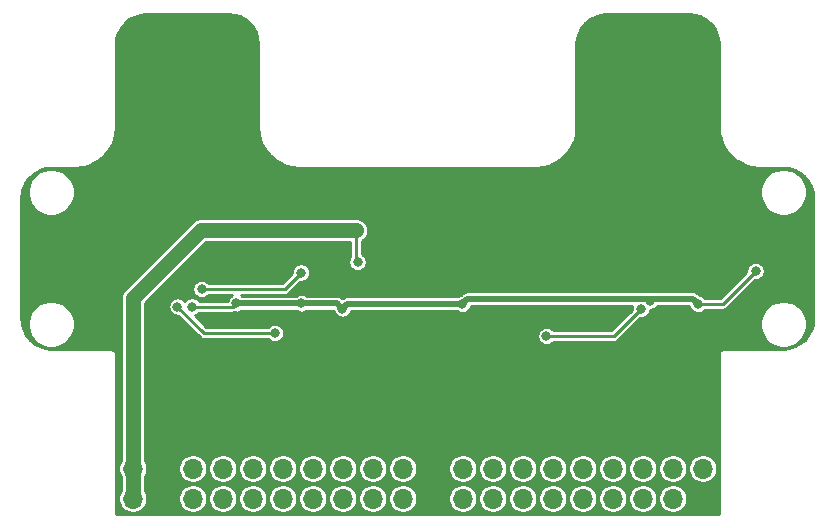
<source format=gbr>
%TF.GenerationSoftware,KiCad,Pcbnew,(5.1.8)-1*%
%TF.CreationDate,2020-12-05T14:41:01+08:00*%
%TF.ProjectId,DoubleCam,446f7562-6c65-4436-916d-2e6b69636164,rev?*%
%TF.SameCoordinates,Original*%
%TF.FileFunction,Copper,L2,Bot*%
%TF.FilePolarity,Positive*%
%FSLAX46Y46*%
G04 Gerber Fmt 4.6, Leading zero omitted, Abs format (unit mm)*
G04 Created by KiCad (PCBNEW (5.1.8)-1) date 2020-12-05 14:41:01*
%MOMM*%
%LPD*%
G01*
G04 APERTURE LIST*
%TA.AperFunction,ComponentPad*%
%ADD10O,1.700000X1.700000*%
%TD*%
%TA.AperFunction,ComponentPad*%
%ADD11R,1.700000X1.700000*%
%TD*%
%TA.AperFunction,ViaPad*%
%ADD12C,1.270000*%
%TD*%
%TA.AperFunction,ViaPad*%
%ADD13C,0.800000*%
%TD*%
%TA.AperFunction,Conductor*%
%ADD14C,1.270000*%
%TD*%
%TA.AperFunction,Conductor*%
%ADD15C,0.250000*%
%TD*%
%TA.AperFunction,Conductor*%
%ADD16C,0.508000*%
%TD*%
%TA.AperFunction,Conductor*%
%ADD17C,0.254000*%
%TD*%
%TA.AperFunction,Conductor*%
%ADD18C,0.100000*%
%TD*%
G04 APERTURE END LIST*
D10*
%TO.P,J3,40*%
%TO.N,+3V3*%
X140970000Y-92964000D03*
%TO.P,J3,39*%
X140970000Y-95504000D03*
%TO.P,J3,38*%
%TO.N,GND*%
X143510000Y-92964000D03*
%TO.P,J3,37*%
X143510000Y-95504000D03*
%TO.P,J3,36*%
%TO.N,/OV2_D1*%
X146050000Y-92964000D03*
%TO.P,J3,35*%
%TO.N,/OV2_D2*%
X146050000Y-95504000D03*
%TO.P,J3,34*%
%TO.N,/OV2_D0*%
X148590000Y-92964000D03*
%TO.P,J3,33*%
%TO.N,/OV2_D3*%
X148590000Y-95504000D03*
%TO.P,J3,32*%
%TO.N,/OV2_PCLK*%
X151130000Y-92964000D03*
%TO.P,J3,31*%
%TO.N,/OV2_D4*%
X151130000Y-95504000D03*
%TO.P,J3,30*%
%TO.N,/OV2_D6*%
X153670000Y-92964000D03*
%TO.P,J3,29*%
%TO.N,/OV2_D5*%
X153670000Y-95504000D03*
%TO.P,J3,28*%
%TO.N,/OV2_D7*%
X156210000Y-92964000D03*
%TO.P,J3,27*%
%TO.N,/OV2_XCLK*%
X156210000Y-95504000D03*
%TO.P,J3,26*%
%TO.N,/OV2_PWDN*%
X158750000Y-92964000D03*
%TO.P,J3,25*%
%TO.N,/OV2_HREF*%
X158750000Y-95504000D03*
%TO.P,J3,24*%
%TO.N,/OV2_RESET*%
X161290000Y-92964000D03*
%TO.P,J3,23*%
%TO.N,/OV2_VSYNC*%
X161290000Y-95504000D03*
%TO.P,J3,22*%
%TO.N,/OV2_SDA*%
X163830000Y-92964000D03*
%TO.P,J3,21*%
%TO.N,/OV2_SCL*%
X163830000Y-95504000D03*
%TO.P,J3,20*%
%TO.N,GND*%
X166370000Y-92964000D03*
%TO.P,J3,19*%
X166370000Y-95504000D03*
%TO.P,J3,18*%
%TO.N,/OV1_D2*%
X168910000Y-92964000D03*
%TO.P,J3,17*%
%TO.N,/OV1_D1*%
X168910000Y-95504000D03*
%TO.P,J3,16*%
%TO.N,/OV1_D3*%
X171450000Y-92964000D03*
%TO.P,J3,15*%
%TO.N,/OV1_D0*%
X171450000Y-95504000D03*
%TO.P,J3,14*%
%TO.N,/OV1_D4*%
X173990000Y-92964000D03*
%TO.P,J3,13*%
%TO.N,/OV1_PCLK*%
X173990000Y-95504000D03*
%TO.P,J3,12*%
%TO.N,/OV1_D5*%
X176530000Y-92964000D03*
%TO.P,J3,11*%
%TO.N,/OV1_D6*%
X176530000Y-95504000D03*
%TO.P,J3,10*%
%TO.N,/OV1_XCLK*%
X179070000Y-92964000D03*
%TO.P,J3,9*%
%TO.N,/OV1_D7*%
X179070000Y-95504000D03*
%TO.P,J3,8*%
%TO.N,/OV1_HREF*%
X181610000Y-92964000D03*
%TO.P,J3,7*%
%TO.N,/OV1_PWDN*%
X181610000Y-95504000D03*
%TO.P,J3,6*%
%TO.N,/OV1_VSYNC*%
X184150000Y-92964000D03*
%TO.P,J3,5*%
%TO.N,/OV1_RESET*%
X184150000Y-95504000D03*
%TO.P,J3,4*%
%TO.N,/OV1_SCL*%
X186690000Y-92964000D03*
%TO.P,J3,3*%
%TO.N,/OV1_SDA*%
X186690000Y-95504000D03*
%TO.P,J3,2*%
%TO.N,+5V*%
X189230000Y-92964000D03*
D11*
%TO.P,J3,1*%
%TO.N,GND*%
X189230000Y-95504000D03*
%TD*%
D12*
%TO.N,+3V3*%
X159890011Y-72789989D03*
D13*
X160000000Y-75500000D03*
%TO.N,+2V8*%
X184750000Y-78750000D03*
X188850000Y-79025000D03*
X168875000Y-79025000D03*
X158725000Y-79425000D03*
X145975000Y-79250000D03*
X149750000Y-78975000D03*
X155250000Y-78975000D03*
X193700000Y-76250000D03*
%TO.N,+1V5*%
X146800000Y-77775000D03*
X155220010Y-76375000D03*
%TO.N,/OV1_XCLK*%
X176000000Y-81750000D03*
X184000000Y-79447998D03*
%TO.N,/OV2_XCLK*%
X153000000Y-81500000D03*
X144752161Y-79247839D03*
%TD*%
D14*
%TO.N,+3V3*%
X140970000Y-95504000D02*
X140970000Y-92964000D01*
X140970000Y-92964000D02*
X140970000Y-78530000D01*
X146710011Y-72789989D02*
X159890011Y-72789989D01*
X140970000Y-78530000D02*
X146710011Y-72789989D01*
D15*
X159890011Y-75390011D02*
X160000000Y-75500000D01*
X159890011Y-72789989D02*
X159890011Y-75390011D01*
D16*
%TO.N,+2V8*%
X159125000Y-79025000D02*
X158725000Y-79425000D01*
X168875000Y-79025000D02*
X159125000Y-79025000D01*
D15*
X149475000Y-79250000D02*
X149750000Y-78975000D01*
X145975000Y-79250000D02*
X149475000Y-79250000D01*
D16*
X158275000Y-78975000D02*
X158725000Y-79425000D01*
X149750000Y-78975000D02*
X158275000Y-78975000D01*
D15*
X188850000Y-79025000D02*
X190925000Y-79025000D01*
X190925000Y-79025000D02*
X193700000Y-76250000D01*
D16*
X169306004Y-78593996D02*
X169274999Y-78625001D01*
X188850000Y-79025000D02*
X188418996Y-78593996D01*
X188418996Y-78593996D02*
X169306004Y-78593996D01*
X169274999Y-78625001D02*
X168875000Y-79025000D01*
D15*
%TO.N,+1V5*%
X146800000Y-77775000D02*
X153820010Y-77775000D01*
X153820010Y-77775000D02*
X155220010Y-76375000D01*
%TO.N,/OV1_XCLK*%
X181697998Y-81750000D02*
X184000000Y-79447998D01*
X176000000Y-81750000D02*
X181697998Y-81750000D01*
%TO.N,/OV2_XCLK*%
X147004322Y-81500000D02*
X144752161Y-79247839D01*
X153000000Y-81500000D02*
X147004322Y-81500000D01*
%TD*%
D17*
%TO.N,GND*%
X149548825Y-54551238D02*
X150019040Y-54693203D01*
X150452718Y-54923793D01*
X150833347Y-55234228D01*
X151146434Y-55612684D01*
X151380046Y-56044741D01*
X151525291Y-56513951D01*
X151579001Y-57024969D01*
X151579000Y-64043626D01*
X151581184Y-64065798D01*
X151581053Y-64084538D01*
X151581708Y-64091222D01*
X151642909Y-64673512D01*
X151651671Y-64716199D01*
X151659844Y-64759040D01*
X151661785Y-64765469D01*
X151834921Y-65324782D01*
X151851815Y-65364971D01*
X151868146Y-65405392D01*
X151871299Y-65411322D01*
X152149776Y-65926355D01*
X152174151Y-65962492D01*
X152198025Y-65998975D01*
X152202270Y-66004180D01*
X152575480Y-66455314D01*
X152606415Y-66486034D01*
X152636916Y-66517180D01*
X152642091Y-66521462D01*
X153095819Y-66891512D01*
X153132108Y-66915623D01*
X153168101Y-66940267D01*
X153174006Y-66943460D01*
X153174014Y-66943464D01*
X153690971Y-67218336D01*
X153731227Y-67234928D01*
X153771348Y-67252124D01*
X153777764Y-67254110D01*
X154338272Y-67423337D01*
X154381026Y-67431802D01*
X154423679Y-67440868D01*
X154430358Y-67441570D01*
X155013061Y-67498705D01*
X155013073Y-67498705D01*
X155036375Y-67501000D01*
X175083626Y-67501000D01*
X175105789Y-67498817D01*
X175124538Y-67498948D01*
X175131222Y-67498293D01*
X175713512Y-67437092D01*
X175756224Y-67428325D01*
X175799041Y-67420157D01*
X175805470Y-67418216D01*
X176364783Y-67245079D01*
X176404980Y-67228181D01*
X176445392Y-67211854D01*
X176451322Y-67208701D01*
X176966354Y-66930225D01*
X177002508Y-66905839D01*
X177038975Y-66881975D01*
X177044180Y-66877731D01*
X177495313Y-66504521D01*
X177526016Y-66473602D01*
X177557179Y-66443085D01*
X177561460Y-66437910D01*
X177931512Y-65984182D01*
X177955628Y-65947885D01*
X177980268Y-65911899D01*
X177983462Y-65905991D01*
X178258336Y-65389027D01*
X178274932Y-65348762D01*
X178292123Y-65308652D01*
X178294109Y-65302236D01*
X178463336Y-64741728D01*
X178471801Y-64698974D01*
X178480867Y-64656321D01*
X178481569Y-64649642D01*
X178538704Y-64066939D01*
X178541000Y-64043627D01*
X178541000Y-57043512D01*
X178591236Y-56531175D01*
X178733201Y-56060960D01*
X178963791Y-55627282D01*
X179274226Y-55246653D01*
X179652682Y-54933566D01*
X180084739Y-54699954D01*
X180553949Y-54554709D01*
X181064957Y-54501000D01*
X188036468Y-54501000D01*
X188548825Y-54551238D01*
X189019037Y-54693202D01*
X189452716Y-54923793D01*
X189833346Y-55234227D01*
X190146433Y-55612684D01*
X190380046Y-56044744D01*
X190525290Y-56513948D01*
X190579001Y-57024977D01*
X190579000Y-64043625D01*
X190581184Y-64065797D01*
X190581053Y-64084539D01*
X190581708Y-64091223D01*
X190642909Y-64673513D01*
X190651671Y-64716200D01*
X190659844Y-64759041D01*
X190661785Y-64765471D01*
X190834921Y-65324782D01*
X190851815Y-65364971D01*
X190868146Y-65405392D01*
X190871299Y-65411322D01*
X191149776Y-65926355D01*
X191174151Y-65962492D01*
X191198025Y-65998975D01*
X191202270Y-66004180D01*
X191575480Y-66455314D01*
X191606415Y-66486034D01*
X191636916Y-66517180D01*
X191642091Y-66521462D01*
X192095819Y-66891512D01*
X192132124Y-66915633D01*
X192168101Y-66940267D01*
X192174009Y-66943462D01*
X192690972Y-67218336D01*
X192731263Y-67234943D01*
X192771348Y-67252123D01*
X192777764Y-67254109D01*
X193338272Y-67423336D01*
X193381026Y-67431801D01*
X193423679Y-67440867D01*
X193430358Y-67441569D01*
X194013061Y-67498704D01*
X194036373Y-67501000D01*
X196036477Y-67501000D01*
X196548825Y-67551237D01*
X197019037Y-67693201D01*
X197452718Y-67923794D01*
X197833346Y-68234227D01*
X198146434Y-68612685D01*
X198380046Y-69044741D01*
X198525291Y-69513951D01*
X198579001Y-70024969D01*
X198578999Y-80266479D01*
X198528763Y-80778825D01*
X198386797Y-81249037D01*
X198156208Y-81682715D01*
X197845772Y-82063347D01*
X197467316Y-82376434D01*
X197035259Y-82610046D01*
X196566049Y-82755291D01*
X196055041Y-82809000D01*
X191083626Y-82809000D01*
X191060000Y-82806673D01*
X191032798Y-82809352D01*
X190965708Y-82815960D01*
X190875039Y-82843464D01*
X190791478Y-82888128D01*
X190718236Y-82948236D01*
X190658128Y-83021478D01*
X190613464Y-83105039D01*
X190585960Y-83195708D01*
X190576673Y-83290000D01*
X190579001Y-83313636D01*
X190579000Y-96809001D01*
X139541000Y-96808999D01*
X139541000Y-92842757D01*
X139739000Y-92842757D01*
X139739000Y-93085243D01*
X139786307Y-93323069D01*
X139879102Y-93547097D01*
X139954001Y-93659191D01*
X139954000Y-94808810D01*
X139879102Y-94920903D01*
X139786307Y-95144931D01*
X139739000Y-95382757D01*
X139739000Y-95625243D01*
X139786307Y-95863069D01*
X139879102Y-96087097D01*
X140013820Y-96288717D01*
X140185283Y-96460180D01*
X140386903Y-96594898D01*
X140610931Y-96687693D01*
X140848757Y-96735000D01*
X141091243Y-96735000D01*
X141329069Y-96687693D01*
X141553097Y-96594898D01*
X141754717Y-96460180D01*
X141926180Y-96288717D01*
X142060898Y-96087097D01*
X142153693Y-95863069D01*
X142201000Y-95625243D01*
X142201000Y-95382757D01*
X144819000Y-95382757D01*
X144819000Y-95625243D01*
X144866307Y-95863069D01*
X144959102Y-96087097D01*
X145093820Y-96288717D01*
X145265283Y-96460180D01*
X145466903Y-96594898D01*
X145690931Y-96687693D01*
X145928757Y-96735000D01*
X146171243Y-96735000D01*
X146409069Y-96687693D01*
X146633097Y-96594898D01*
X146834717Y-96460180D01*
X147006180Y-96288717D01*
X147140898Y-96087097D01*
X147233693Y-95863069D01*
X147281000Y-95625243D01*
X147281000Y-95382757D01*
X147359000Y-95382757D01*
X147359000Y-95625243D01*
X147406307Y-95863069D01*
X147499102Y-96087097D01*
X147633820Y-96288717D01*
X147805283Y-96460180D01*
X148006903Y-96594898D01*
X148230931Y-96687693D01*
X148468757Y-96735000D01*
X148711243Y-96735000D01*
X148949069Y-96687693D01*
X149173097Y-96594898D01*
X149374717Y-96460180D01*
X149546180Y-96288717D01*
X149680898Y-96087097D01*
X149773693Y-95863069D01*
X149821000Y-95625243D01*
X149821000Y-95382757D01*
X149899000Y-95382757D01*
X149899000Y-95625243D01*
X149946307Y-95863069D01*
X150039102Y-96087097D01*
X150173820Y-96288717D01*
X150345283Y-96460180D01*
X150546903Y-96594898D01*
X150770931Y-96687693D01*
X151008757Y-96735000D01*
X151251243Y-96735000D01*
X151489069Y-96687693D01*
X151713097Y-96594898D01*
X151914717Y-96460180D01*
X152086180Y-96288717D01*
X152220898Y-96087097D01*
X152313693Y-95863069D01*
X152361000Y-95625243D01*
X152361000Y-95382757D01*
X152439000Y-95382757D01*
X152439000Y-95625243D01*
X152486307Y-95863069D01*
X152579102Y-96087097D01*
X152713820Y-96288717D01*
X152885283Y-96460180D01*
X153086903Y-96594898D01*
X153310931Y-96687693D01*
X153548757Y-96735000D01*
X153791243Y-96735000D01*
X154029069Y-96687693D01*
X154253097Y-96594898D01*
X154454717Y-96460180D01*
X154626180Y-96288717D01*
X154760898Y-96087097D01*
X154853693Y-95863069D01*
X154901000Y-95625243D01*
X154901000Y-95382757D01*
X154979000Y-95382757D01*
X154979000Y-95625243D01*
X155026307Y-95863069D01*
X155119102Y-96087097D01*
X155253820Y-96288717D01*
X155425283Y-96460180D01*
X155626903Y-96594898D01*
X155850931Y-96687693D01*
X156088757Y-96735000D01*
X156331243Y-96735000D01*
X156569069Y-96687693D01*
X156793097Y-96594898D01*
X156994717Y-96460180D01*
X157166180Y-96288717D01*
X157300898Y-96087097D01*
X157393693Y-95863069D01*
X157441000Y-95625243D01*
X157441000Y-95382757D01*
X157519000Y-95382757D01*
X157519000Y-95625243D01*
X157566307Y-95863069D01*
X157659102Y-96087097D01*
X157793820Y-96288717D01*
X157965283Y-96460180D01*
X158166903Y-96594898D01*
X158390931Y-96687693D01*
X158628757Y-96735000D01*
X158871243Y-96735000D01*
X159109069Y-96687693D01*
X159333097Y-96594898D01*
X159534717Y-96460180D01*
X159706180Y-96288717D01*
X159840898Y-96087097D01*
X159933693Y-95863069D01*
X159981000Y-95625243D01*
X159981000Y-95382757D01*
X160059000Y-95382757D01*
X160059000Y-95625243D01*
X160106307Y-95863069D01*
X160199102Y-96087097D01*
X160333820Y-96288717D01*
X160505283Y-96460180D01*
X160706903Y-96594898D01*
X160930931Y-96687693D01*
X161168757Y-96735000D01*
X161411243Y-96735000D01*
X161649069Y-96687693D01*
X161873097Y-96594898D01*
X162074717Y-96460180D01*
X162246180Y-96288717D01*
X162380898Y-96087097D01*
X162473693Y-95863069D01*
X162521000Y-95625243D01*
X162521000Y-95382757D01*
X162599000Y-95382757D01*
X162599000Y-95625243D01*
X162646307Y-95863069D01*
X162739102Y-96087097D01*
X162873820Y-96288717D01*
X163045283Y-96460180D01*
X163246903Y-96594898D01*
X163470931Y-96687693D01*
X163708757Y-96735000D01*
X163951243Y-96735000D01*
X164189069Y-96687693D01*
X164413097Y-96594898D01*
X164614717Y-96460180D01*
X164786180Y-96288717D01*
X164920898Y-96087097D01*
X165013693Y-95863069D01*
X165061000Y-95625243D01*
X165061000Y-95382757D01*
X167679000Y-95382757D01*
X167679000Y-95625243D01*
X167726307Y-95863069D01*
X167819102Y-96087097D01*
X167953820Y-96288717D01*
X168125283Y-96460180D01*
X168326903Y-96594898D01*
X168550931Y-96687693D01*
X168788757Y-96735000D01*
X169031243Y-96735000D01*
X169269069Y-96687693D01*
X169493097Y-96594898D01*
X169694717Y-96460180D01*
X169866180Y-96288717D01*
X170000898Y-96087097D01*
X170093693Y-95863069D01*
X170141000Y-95625243D01*
X170141000Y-95382757D01*
X170219000Y-95382757D01*
X170219000Y-95625243D01*
X170266307Y-95863069D01*
X170359102Y-96087097D01*
X170493820Y-96288717D01*
X170665283Y-96460180D01*
X170866903Y-96594898D01*
X171090931Y-96687693D01*
X171328757Y-96735000D01*
X171571243Y-96735000D01*
X171809069Y-96687693D01*
X172033097Y-96594898D01*
X172234717Y-96460180D01*
X172406180Y-96288717D01*
X172540898Y-96087097D01*
X172633693Y-95863069D01*
X172681000Y-95625243D01*
X172681000Y-95382757D01*
X172759000Y-95382757D01*
X172759000Y-95625243D01*
X172806307Y-95863069D01*
X172899102Y-96087097D01*
X173033820Y-96288717D01*
X173205283Y-96460180D01*
X173406903Y-96594898D01*
X173630931Y-96687693D01*
X173868757Y-96735000D01*
X174111243Y-96735000D01*
X174349069Y-96687693D01*
X174573097Y-96594898D01*
X174774717Y-96460180D01*
X174946180Y-96288717D01*
X175080898Y-96087097D01*
X175173693Y-95863069D01*
X175221000Y-95625243D01*
X175221000Y-95382757D01*
X175299000Y-95382757D01*
X175299000Y-95625243D01*
X175346307Y-95863069D01*
X175439102Y-96087097D01*
X175573820Y-96288717D01*
X175745283Y-96460180D01*
X175946903Y-96594898D01*
X176170931Y-96687693D01*
X176408757Y-96735000D01*
X176651243Y-96735000D01*
X176889069Y-96687693D01*
X177113097Y-96594898D01*
X177314717Y-96460180D01*
X177486180Y-96288717D01*
X177620898Y-96087097D01*
X177713693Y-95863069D01*
X177761000Y-95625243D01*
X177761000Y-95382757D01*
X177839000Y-95382757D01*
X177839000Y-95625243D01*
X177886307Y-95863069D01*
X177979102Y-96087097D01*
X178113820Y-96288717D01*
X178285283Y-96460180D01*
X178486903Y-96594898D01*
X178710931Y-96687693D01*
X178948757Y-96735000D01*
X179191243Y-96735000D01*
X179429069Y-96687693D01*
X179653097Y-96594898D01*
X179854717Y-96460180D01*
X180026180Y-96288717D01*
X180160898Y-96087097D01*
X180253693Y-95863069D01*
X180301000Y-95625243D01*
X180301000Y-95382757D01*
X180379000Y-95382757D01*
X180379000Y-95625243D01*
X180426307Y-95863069D01*
X180519102Y-96087097D01*
X180653820Y-96288717D01*
X180825283Y-96460180D01*
X181026903Y-96594898D01*
X181250931Y-96687693D01*
X181488757Y-96735000D01*
X181731243Y-96735000D01*
X181969069Y-96687693D01*
X182193097Y-96594898D01*
X182394717Y-96460180D01*
X182566180Y-96288717D01*
X182700898Y-96087097D01*
X182793693Y-95863069D01*
X182841000Y-95625243D01*
X182841000Y-95382757D01*
X182919000Y-95382757D01*
X182919000Y-95625243D01*
X182966307Y-95863069D01*
X183059102Y-96087097D01*
X183193820Y-96288717D01*
X183365283Y-96460180D01*
X183566903Y-96594898D01*
X183790931Y-96687693D01*
X184028757Y-96735000D01*
X184271243Y-96735000D01*
X184509069Y-96687693D01*
X184733097Y-96594898D01*
X184934717Y-96460180D01*
X185106180Y-96288717D01*
X185240898Y-96087097D01*
X185333693Y-95863069D01*
X185381000Y-95625243D01*
X185381000Y-95382757D01*
X185459000Y-95382757D01*
X185459000Y-95625243D01*
X185506307Y-95863069D01*
X185599102Y-96087097D01*
X185733820Y-96288717D01*
X185905283Y-96460180D01*
X186106903Y-96594898D01*
X186330931Y-96687693D01*
X186568757Y-96735000D01*
X186811243Y-96735000D01*
X187049069Y-96687693D01*
X187273097Y-96594898D01*
X187474717Y-96460180D01*
X187646180Y-96288717D01*
X187780898Y-96087097D01*
X187873693Y-95863069D01*
X187921000Y-95625243D01*
X187921000Y-95382757D01*
X187873693Y-95144931D01*
X187780898Y-94920903D01*
X187646180Y-94719283D01*
X187474717Y-94547820D01*
X187273097Y-94413102D01*
X187049069Y-94320307D01*
X186811243Y-94273000D01*
X186568757Y-94273000D01*
X186330931Y-94320307D01*
X186106903Y-94413102D01*
X185905283Y-94547820D01*
X185733820Y-94719283D01*
X185599102Y-94920903D01*
X185506307Y-95144931D01*
X185459000Y-95382757D01*
X185381000Y-95382757D01*
X185333693Y-95144931D01*
X185240898Y-94920903D01*
X185106180Y-94719283D01*
X184934717Y-94547820D01*
X184733097Y-94413102D01*
X184509069Y-94320307D01*
X184271243Y-94273000D01*
X184028757Y-94273000D01*
X183790931Y-94320307D01*
X183566903Y-94413102D01*
X183365283Y-94547820D01*
X183193820Y-94719283D01*
X183059102Y-94920903D01*
X182966307Y-95144931D01*
X182919000Y-95382757D01*
X182841000Y-95382757D01*
X182793693Y-95144931D01*
X182700898Y-94920903D01*
X182566180Y-94719283D01*
X182394717Y-94547820D01*
X182193097Y-94413102D01*
X181969069Y-94320307D01*
X181731243Y-94273000D01*
X181488757Y-94273000D01*
X181250931Y-94320307D01*
X181026903Y-94413102D01*
X180825283Y-94547820D01*
X180653820Y-94719283D01*
X180519102Y-94920903D01*
X180426307Y-95144931D01*
X180379000Y-95382757D01*
X180301000Y-95382757D01*
X180253693Y-95144931D01*
X180160898Y-94920903D01*
X180026180Y-94719283D01*
X179854717Y-94547820D01*
X179653097Y-94413102D01*
X179429069Y-94320307D01*
X179191243Y-94273000D01*
X178948757Y-94273000D01*
X178710931Y-94320307D01*
X178486903Y-94413102D01*
X178285283Y-94547820D01*
X178113820Y-94719283D01*
X177979102Y-94920903D01*
X177886307Y-95144931D01*
X177839000Y-95382757D01*
X177761000Y-95382757D01*
X177713693Y-95144931D01*
X177620898Y-94920903D01*
X177486180Y-94719283D01*
X177314717Y-94547820D01*
X177113097Y-94413102D01*
X176889069Y-94320307D01*
X176651243Y-94273000D01*
X176408757Y-94273000D01*
X176170931Y-94320307D01*
X175946903Y-94413102D01*
X175745283Y-94547820D01*
X175573820Y-94719283D01*
X175439102Y-94920903D01*
X175346307Y-95144931D01*
X175299000Y-95382757D01*
X175221000Y-95382757D01*
X175173693Y-95144931D01*
X175080898Y-94920903D01*
X174946180Y-94719283D01*
X174774717Y-94547820D01*
X174573097Y-94413102D01*
X174349069Y-94320307D01*
X174111243Y-94273000D01*
X173868757Y-94273000D01*
X173630931Y-94320307D01*
X173406903Y-94413102D01*
X173205283Y-94547820D01*
X173033820Y-94719283D01*
X172899102Y-94920903D01*
X172806307Y-95144931D01*
X172759000Y-95382757D01*
X172681000Y-95382757D01*
X172633693Y-95144931D01*
X172540898Y-94920903D01*
X172406180Y-94719283D01*
X172234717Y-94547820D01*
X172033097Y-94413102D01*
X171809069Y-94320307D01*
X171571243Y-94273000D01*
X171328757Y-94273000D01*
X171090931Y-94320307D01*
X170866903Y-94413102D01*
X170665283Y-94547820D01*
X170493820Y-94719283D01*
X170359102Y-94920903D01*
X170266307Y-95144931D01*
X170219000Y-95382757D01*
X170141000Y-95382757D01*
X170093693Y-95144931D01*
X170000898Y-94920903D01*
X169866180Y-94719283D01*
X169694717Y-94547820D01*
X169493097Y-94413102D01*
X169269069Y-94320307D01*
X169031243Y-94273000D01*
X168788757Y-94273000D01*
X168550931Y-94320307D01*
X168326903Y-94413102D01*
X168125283Y-94547820D01*
X167953820Y-94719283D01*
X167819102Y-94920903D01*
X167726307Y-95144931D01*
X167679000Y-95382757D01*
X165061000Y-95382757D01*
X165013693Y-95144931D01*
X164920898Y-94920903D01*
X164786180Y-94719283D01*
X164614717Y-94547820D01*
X164413097Y-94413102D01*
X164189069Y-94320307D01*
X163951243Y-94273000D01*
X163708757Y-94273000D01*
X163470931Y-94320307D01*
X163246903Y-94413102D01*
X163045283Y-94547820D01*
X162873820Y-94719283D01*
X162739102Y-94920903D01*
X162646307Y-95144931D01*
X162599000Y-95382757D01*
X162521000Y-95382757D01*
X162473693Y-95144931D01*
X162380898Y-94920903D01*
X162246180Y-94719283D01*
X162074717Y-94547820D01*
X161873097Y-94413102D01*
X161649069Y-94320307D01*
X161411243Y-94273000D01*
X161168757Y-94273000D01*
X160930931Y-94320307D01*
X160706903Y-94413102D01*
X160505283Y-94547820D01*
X160333820Y-94719283D01*
X160199102Y-94920903D01*
X160106307Y-95144931D01*
X160059000Y-95382757D01*
X159981000Y-95382757D01*
X159933693Y-95144931D01*
X159840898Y-94920903D01*
X159706180Y-94719283D01*
X159534717Y-94547820D01*
X159333097Y-94413102D01*
X159109069Y-94320307D01*
X158871243Y-94273000D01*
X158628757Y-94273000D01*
X158390931Y-94320307D01*
X158166903Y-94413102D01*
X157965283Y-94547820D01*
X157793820Y-94719283D01*
X157659102Y-94920903D01*
X157566307Y-95144931D01*
X157519000Y-95382757D01*
X157441000Y-95382757D01*
X157393693Y-95144931D01*
X157300898Y-94920903D01*
X157166180Y-94719283D01*
X156994717Y-94547820D01*
X156793097Y-94413102D01*
X156569069Y-94320307D01*
X156331243Y-94273000D01*
X156088757Y-94273000D01*
X155850931Y-94320307D01*
X155626903Y-94413102D01*
X155425283Y-94547820D01*
X155253820Y-94719283D01*
X155119102Y-94920903D01*
X155026307Y-95144931D01*
X154979000Y-95382757D01*
X154901000Y-95382757D01*
X154853693Y-95144931D01*
X154760898Y-94920903D01*
X154626180Y-94719283D01*
X154454717Y-94547820D01*
X154253097Y-94413102D01*
X154029069Y-94320307D01*
X153791243Y-94273000D01*
X153548757Y-94273000D01*
X153310931Y-94320307D01*
X153086903Y-94413102D01*
X152885283Y-94547820D01*
X152713820Y-94719283D01*
X152579102Y-94920903D01*
X152486307Y-95144931D01*
X152439000Y-95382757D01*
X152361000Y-95382757D01*
X152313693Y-95144931D01*
X152220898Y-94920903D01*
X152086180Y-94719283D01*
X151914717Y-94547820D01*
X151713097Y-94413102D01*
X151489069Y-94320307D01*
X151251243Y-94273000D01*
X151008757Y-94273000D01*
X150770931Y-94320307D01*
X150546903Y-94413102D01*
X150345283Y-94547820D01*
X150173820Y-94719283D01*
X150039102Y-94920903D01*
X149946307Y-95144931D01*
X149899000Y-95382757D01*
X149821000Y-95382757D01*
X149773693Y-95144931D01*
X149680898Y-94920903D01*
X149546180Y-94719283D01*
X149374717Y-94547820D01*
X149173097Y-94413102D01*
X148949069Y-94320307D01*
X148711243Y-94273000D01*
X148468757Y-94273000D01*
X148230931Y-94320307D01*
X148006903Y-94413102D01*
X147805283Y-94547820D01*
X147633820Y-94719283D01*
X147499102Y-94920903D01*
X147406307Y-95144931D01*
X147359000Y-95382757D01*
X147281000Y-95382757D01*
X147233693Y-95144931D01*
X147140898Y-94920903D01*
X147006180Y-94719283D01*
X146834717Y-94547820D01*
X146633097Y-94413102D01*
X146409069Y-94320307D01*
X146171243Y-94273000D01*
X145928757Y-94273000D01*
X145690931Y-94320307D01*
X145466903Y-94413102D01*
X145265283Y-94547820D01*
X145093820Y-94719283D01*
X144959102Y-94920903D01*
X144866307Y-95144931D01*
X144819000Y-95382757D01*
X142201000Y-95382757D01*
X142153693Y-95144931D01*
X142060898Y-94920903D01*
X141986000Y-94808810D01*
X141986000Y-93659190D01*
X142060898Y-93547097D01*
X142153693Y-93323069D01*
X142201000Y-93085243D01*
X142201000Y-92842757D01*
X144819000Y-92842757D01*
X144819000Y-93085243D01*
X144866307Y-93323069D01*
X144959102Y-93547097D01*
X145093820Y-93748717D01*
X145265283Y-93920180D01*
X145466903Y-94054898D01*
X145690931Y-94147693D01*
X145928757Y-94195000D01*
X146171243Y-94195000D01*
X146409069Y-94147693D01*
X146633097Y-94054898D01*
X146834717Y-93920180D01*
X147006180Y-93748717D01*
X147140898Y-93547097D01*
X147233693Y-93323069D01*
X147281000Y-93085243D01*
X147281000Y-92842757D01*
X147359000Y-92842757D01*
X147359000Y-93085243D01*
X147406307Y-93323069D01*
X147499102Y-93547097D01*
X147633820Y-93748717D01*
X147805283Y-93920180D01*
X148006903Y-94054898D01*
X148230931Y-94147693D01*
X148468757Y-94195000D01*
X148711243Y-94195000D01*
X148949069Y-94147693D01*
X149173097Y-94054898D01*
X149374717Y-93920180D01*
X149546180Y-93748717D01*
X149680898Y-93547097D01*
X149773693Y-93323069D01*
X149821000Y-93085243D01*
X149821000Y-92842757D01*
X149899000Y-92842757D01*
X149899000Y-93085243D01*
X149946307Y-93323069D01*
X150039102Y-93547097D01*
X150173820Y-93748717D01*
X150345283Y-93920180D01*
X150546903Y-94054898D01*
X150770931Y-94147693D01*
X151008757Y-94195000D01*
X151251243Y-94195000D01*
X151489069Y-94147693D01*
X151713097Y-94054898D01*
X151914717Y-93920180D01*
X152086180Y-93748717D01*
X152220898Y-93547097D01*
X152313693Y-93323069D01*
X152361000Y-93085243D01*
X152361000Y-92842757D01*
X152439000Y-92842757D01*
X152439000Y-93085243D01*
X152486307Y-93323069D01*
X152579102Y-93547097D01*
X152713820Y-93748717D01*
X152885283Y-93920180D01*
X153086903Y-94054898D01*
X153310931Y-94147693D01*
X153548757Y-94195000D01*
X153791243Y-94195000D01*
X154029069Y-94147693D01*
X154253097Y-94054898D01*
X154454717Y-93920180D01*
X154626180Y-93748717D01*
X154760898Y-93547097D01*
X154853693Y-93323069D01*
X154901000Y-93085243D01*
X154901000Y-92842757D01*
X154979000Y-92842757D01*
X154979000Y-93085243D01*
X155026307Y-93323069D01*
X155119102Y-93547097D01*
X155253820Y-93748717D01*
X155425283Y-93920180D01*
X155626903Y-94054898D01*
X155850931Y-94147693D01*
X156088757Y-94195000D01*
X156331243Y-94195000D01*
X156569069Y-94147693D01*
X156793097Y-94054898D01*
X156994717Y-93920180D01*
X157166180Y-93748717D01*
X157300898Y-93547097D01*
X157393693Y-93323069D01*
X157441000Y-93085243D01*
X157441000Y-92842757D01*
X157519000Y-92842757D01*
X157519000Y-93085243D01*
X157566307Y-93323069D01*
X157659102Y-93547097D01*
X157793820Y-93748717D01*
X157965283Y-93920180D01*
X158166903Y-94054898D01*
X158390931Y-94147693D01*
X158628757Y-94195000D01*
X158871243Y-94195000D01*
X159109069Y-94147693D01*
X159333097Y-94054898D01*
X159534717Y-93920180D01*
X159706180Y-93748717D01*
X159840898Y-93547097D01*
X159933693Y-93323069D01*
X159981000Y-93085243D01*
X159981000Y-92842757D01*
X160059000Y-92842757D01*
X160059000Y-93085243D01*
X160106307Y-93323069D01*
X160199102Y-93547097D01*
X160333820Y-93748717D01*
X160505283Y-93920180D01*
X160706903Y-94054898D01*
X160930931Y-94147693D01*
X161168757Y-94195000D01*
X161411243Y-94195000D01*
X161649069Y-94147693D01*
X161873097Y-94054898D01*
X162074717Y-93920180D01*
X162246180Y-93748717D01*
X162380898Y-93547097D01*
X162473693Y-93323069D01*
X162521000Y-93085243D01*
X162521000Y-92842757D01*
X162599000Y-92842757D01*
X162599000Y-93085243D01*
X162646307Y-93323069D01*
X162739102Y-93547097D01*
X162873820Y-93748717D01*
X163045283Y-93920180D01*
X163246903Y-94054898D01*
X163470931Y-94147693D01*
X163708757Y-94195000D01*
X163951243Y-94195000D01*
X164189069Y-94147693D01*
X164413097Y-94054898D01*
X164614717Y-93920180D01*
X164786180Y-93748717D01*
X164920898Y-93547097D01*
X165013693Y-93323069D01*
X165061000Y-93085243D01*
X165061000Y-92842757D01*
X167679000Y-92842757D01*
X167679000Y-93085243D01*
X167726307Y-93323069D01*
X167819102Y-93547097D01*
X167953820Y-93748717D01*
X168125283Y-93920180D01*
X168326903Y-94054898D01*
X168550931Y-94147693D01*
X168788757Y-94195000D01*
X169031243Y-94195000D01*
X169269069Y-94147693D01*
X169493097Y-94054898D01*
X169694717Y-93920180D01*
X169866180Y-93748717D01*
X170000898Y-93547097D01*
X170093693Y-93323069D01*
X170141000Y-93085243D01*
X170141000Y-92842757D01*
X170219000Y-92842757D01*
X170219000Y-93085243D01*
X170266307Y-93323069D01*
X170359102Y-93547097D01*
X170493820Y-93748717D01*
X170665283Y-93920180D01*
X170866903Y-94054898D01*
X171090931Y-94147693D01*
X171328757Y-94195000D01*
X171571243Y-94195000D01*
X171809069Y-94147693D01*
X172033097Y-94054898D01*
X172234717Y-93920180D01*
X172406180Y-93748717D01*
X172540898Y-93547097D01*
X172633693Y-93323069D01*
X172681000Y-93085243D01*
X172681000Y-92842757D01*
X172759000Y-92842757D01*
X172759000Y-93085243D01*
X172806307Y-93323069D01*
X172899102Y-93547097D01*
X173033820Y-93748717D01*
X173205283Y-93920180D01*
X173406903Y-94054898D01*
X173630931Y-94147693D01*
X173868757Y-94195000D01*
X174111243Y-94195000D01*
X174349069Y-94147693D01*
X174573097Y-94054898D01*
X174774717Y-93920180D01*
X174946180Y-93748717D01*
X175080898Y-93547097D01*
X175173693Y-93323069D01*
X175221000Y-93085243D01*
X175221000Y-92842757D01*
X175299000Y-92842757D01*
X175299000Y-93085243D01*
X175346307Y-93323069D01*
X175439102Y-93547097D01*
X175573820Y-93748717D01*
X175745283Y-93920180D01*
X175946903Y-94054898D01*
X176170931Y-94147693D01*
X176408757Y-94195000D01*
X176651243Y-94195000D01*
X176889069Y-94147693D01*
X177113097Y-94054898D01*
X177314717Y-93920180D01*
X177486180Y-93748717D01*
X177620898Y-93547097D01*
X177713693Y-93323069D01*
X177761000Y-93085243D01*
X177761000Y-92842757D01*
X177839000Y-92842757D01*
X177839000Y-93085243D01*
X177886307Y-93323069D01*
X177979102Y-93547097D01*
X178113820Y-93748717D01*
X178285283Y-93920180D01*
X178486903Y-94054898D01*
X178710931Y-94147693D01*
X178948757Y-94195000D01*
X179191243Y-94195000D01*
X179429069Y-94147693D01*
X179653097Y-94054898D01*
X179854717Y-93920180D01*
X180026180Y-93748717D01*
X180160898Y-93547097D01*
X180253693Y-93323069D01*
X180301000Y-93085243D01*
X180301000Y-92842757D01*
X180379000Y-92842757D01*
X180379000Y-93085243D01*
X180426307Y-93323069D01*
X180519102Y-93547097D01*
X180653820Y-93748717D01*
X180825283Y-93920180D01*
X181026903Y-94054898D01*
X181250931Y-94147693D01*
X181488757Y-94195000D01*
X181731243Y-94195000D01*
X181969069Y-94147693D01*
X182193097Y-94054898D01*
X182394717Y-93920180D01*
X182566180Y-93748717D01*
X182700898Y-93547097D01*
X182793693Y-93323069D01*
X182841000Y-93085243D01*
X182841000Y-92842757D01*
X182919000Y-92842757D01*
X182919000Y-93085243D01*
X182966307Y-93323069D01*
X183059102Y-93547097D01*
X183193820Y-93748717D01*
X183365283Y-93920180D01*
X183566903Y-94054898D01*
X183790931Y-94147693D01*
X184028757Y-94195000D01*
X184271243Y-94195000D01*
X184509069Y-94147693D01*
X184733097Y-94054898D01*
X184934717Y-93920180D01*
X185106180Y-93748717D01*
X185240898Y-93547097D01*
X185333693Y-93323069D01*
X185381000Y-93085243D01*
X185381000Y-92842757D01*
X185459000Y-92842757D01*
X185459000Y-93085243D01*
X185506307Y-93323069D01*
X185599102Y-93547097D01*
X185733820Y-93748717D01*
X185905283Y-93920180D01*
X186106903Y-94054898D01*
X186330931Y-94147693D01*
X186568757Y-94195000D01*
X186811243Y-94195000D01*
X187049069Y-94147693D01*
X187273097Y-94054898D01*
X187474717Y-93920180D01*
X187646180Y-93748717D01*
X187780898Y-93547097D01*
X187873693Y-93323069D01*
X187921000Y-93085243D01*
X187921000Y-92842757D01*
X187999000Y-92842757D01*
X187999000Y-93085243D01*
X188046307Y-93323069D01*
X188139102Y-93547097D01*
X188273820Y-93748717D01*
X188445283Y-93920180D01*
X188646903Y-94054898D01*
X188870931Y-94147693D01*
X189108757Y-94195000D01*
X189351243Y-94195000D01*
X189589069Y-94147693D01*
X189813097Y-94054898D01*
X190014717Y-93920180D01*
X190186180Y-93748717D01*
X190320898Y-93547097D01*
X190413693Y-93323069D01*
X190461000Y-93085243D01*
X190461000Y-92842757D01*
X190413693Y-92604931D01*
X190320898Y-92380903D01*
X190186180Y-92179283D01*
X190014717Y-92007820D01*
X189813097Y-91873102D01*
X189589069Y-91780307D01*
X189351243Y-91733000D01*
X189108757Y-91733000D01*
X188870931Y-91780307D01*
X188646903Y-91873102D01*
X188445283Y-92007820D01*
X188273820Y-92179283D01*
X188139102Y-92380903D01*
X188046307Y-92604931D01*
X187999000Y-92842757D01*
X187921000Y-92842757D01*
X187873693Y-92604931D01*
X187780898Y-92380903D01*
X187646180Y-92179283D01*
X187474717Y-92007820D01*
X187273097Y-91873102D01*
X187049069Y-91780307D01*
X186811243Y-91733000D01*
X186568757Y-91733000D01*
X186330931Y-91780307D01*
X186106903Y-91873102D01*
X185905283Y-92007820D01*
X185733820Y-92179283D01*
X185599102Y-92380903D01*
X185506307Y-92604931D01*
X185459000Y-92842757D01*
X185381000Y-92842757D01*
X185333693Y-92604931D01*
X185240898Y-92380903D01*
X185106180Y-92179283D01*
X184934717Y-92007820D01*
X184733097Y-91873102D01*
X184509069Y-91780307D01*
X184271243Y-91733000D01*
X184028757Y-91733000D01*
X183790931Y-91780307D01*
X183566903Y-91873102D01*
X183365283Y-92007820D01*
X183193820Y-92179283D01*
X183059102Y-92380903D01*
X182966307Y-92604931D01*
X182919000Y-92842757D01*
X182841000Y-92842757D01*
X182793693Y-92604931D01*
X182700898Y-92380903D01*
X182566180Y-92179283D01*
X182394717Y-92007820D01*
X182193097Y-91873102D01*
X181969069Y-91780307D01*
X181731243Y-91733000D01*
X181488757Y-91733000D01*
X181250931Y-91780307D01*
X181026903Y-91873102D01*
X180825283Y-92007820D01*
X180653820Y-92179283D01*
X180519102Y-92380903D01*
X180426307Y-92604931D01*
X180379000Y-92842757D01*
X180301000Y-92842757D01*
X180253693Y-92604931D01*
X180160898Y-92380903D01*
X180026180Y-92179283D01*
X179854717Y-92007820D01*
X179653097Y-91873102D01*
X179429069Y-91780307D01*
X179191243Y-91733000D01*
X178948757Y-91733000D01*
X178710931Y-91780307D01*
X178486903Y-91873102D01*
X178285283Y-92007820D01*
X178113820Y-92179283D01*
X177979102Y-92380903D01*
X177886307Y-92604931D01*
X177839000Y-92842757D01*
X177761000Y-92842757D01*
X177713693Y-92604931D01*
X177620898Y-92380903D01*
X177486180Y-92179283D01*
X177314717Y-92007820D01*
X177113097Y-91873102D01*
X176889069Y-91780307D01*
X176651243Y-91733000D01*
X176408757Y-91733000D01*
X176170931Y-91780307D01*
X175946903Y-91873102D01*
X175745283Y-92007820D01*
X175573820Y-92179283D01*
X175439102Y-92380903D01*
X175346307Y-92604931D01*
X175299000Y-92842757D01*
X175221000Y-92842757D01*
X175173693Y-92604931D01*
X175080898Y-92380903D01*
X174946180Y-92179283D01*
X174774717Y-92007820D01*
X174573097Y-91873102D01*
X174349069Y-91780307D01*
X174111243Y-91733000D01*
X173868757Y-91733000D01*
X173630931Y-91780307D01*
X173406903Y-91873102D01*
X173205283Y-92007820D01*
X173033820Y-92179283D01*
X172899102Y-92380903D01*
X172806307Y-92604931D01*
X172759000Y-92842757D01*
X172681000Y-92842757D01*
X172633693Y-92604931D01*
X172540898Y-92380903D01*
X172406180Y-92179283D01*
X172234717Y-92007820D01*
X172033097Y-91873102D01*
X171809069Y-91780307D01*
X171571243Y-91733000D01*
X171328757Y-91733000D01*
X171090931Y-91780307D01*
X170866903Y-91873102D01*
X170665283Y-92007820D01*
X170493820Y-92179283D01*
X170359102Y-92380903D01*
X170266307Y-92604931D01*
X170219000Y-92842757D01*
X170141000Y-92842757D01*
X170093693Y-92604931D01*
X170000898Y-92380903D01*
X169866180Y-92179283D01*
X169694717Y-92007820D01*
X169493097Y-91873102D01*
X169269069Y-91780307D01*
X169031243Y-91733000D01*
X168788757Y-91733000D01*
X168550931Y-91780307D01*
X168326903Y-91873102D01*
X168125283Y-92007820D01*
X167953820Y-92179283D01*
X167819102Y-92380903D01*
X167726307Y-92604931D01*
X167679000Y-92842757D01*
X165061000Y-92842757D01*
X165013693Y-92604931D01*
X164920898Y-92380903D01*
X164786180Y-92179283D01*
X164614717Y-92007820D01*
X164413097Y-91873102D01*
X164189069Y-91780307D01*
X163951243Y-91733000D01*
X163708757Y-91733000D01*
X163470931Y-91780307D01*
X163246903Y-91873102D01*
X163045283Y-92007820D01*
X162873820Y-92179283D01*
X162739102Y-92380903D01*
X162646307Y-92604931D01*
X162599000Y-92842757D01*
X162521000Y-92842757D01*
X162473693Y-92604931D01*
X162380898Y-92380903D01*
X162246180Y-92179283D01*
X162074717Y-92007820D01*
X161873097Y-91873102D01*
X161649069Y-91780307D01*
X161411243Y-91733000D01*
X161168757Y-91733000D01*
X160930931Y-91780307D01*
X160706903Y-91873102D01*
X160505283Y-92007820D01*
X160333820Y-92179283D01*
X160199102Y-92380903D01*
X160106307Y-92604931D01*
X160059000Y-92842757D01*
X159981000Y-92842757D01*
X159933693Y-92604931D01*
X159840898Y-92380903D01*
X159706180Y-92179283D01*
X159534717Y-92007820D01*
X159333097Y-91873102D01*
X159109069Y-91780307D01*
X158871243Y-91733000D01*
X158628757Y-91733000D01*
X158390931Y-91780307D01*
X158166903Y-91873102D01*
X157965283Y-92007820D01*
X157793820Y-92179283D01*
X157659102Y-92380903D01*
X157566307Y-92604931D01*
X157519000Y-92842757D01*
X157441000Y-92842757D01*
X157393693Y-92604931D01*
X157300898Y-92380903D01*
X157166180Y-92179283D01*
X156994717Y-92007820D01*
X156793097Y-91873102D01*
X156569069Y-91780307D01*
X156331243Y-91733000D01*
X156088757Y-91733000D01*
X155850931Y-91780307D01*
X155626903Y-91873102D01*
X155425283Y-92007820D01*
X155253820Y-92179283D01*
X155119102Y-92380903D01*
X155026307Y-92604931D01*
X154979000Y-92842757D01*
X154901000Y-92842757D01*
X154853693Y-92604931D01*
X154760898Y-92380903D01*
X154626180Y-92179283D01*
X154454717Y-92007820D01*
X154253097Y-91873102D01*
X154029069Y-91780307D01*
X153791243Y-91733000D01*
X153548757Y-91733000D01*
X153310931Y-91780307D01*
X153086903Y-91873102D01*
X152885283Y-92007820D01*
X152713820Y-92179283D01*
X152579102Y-92380903D01*
X152486307Y-92604931D01*
X152439000Y-92842757D01*
X152361000Y-92842757D01*
X152313693Y-92604931D01*
X152220898Y-92380903D01*
X152086180Y-92179283D01*
X151914717Y-92007820D01*
X151713097Y-91873102D01*
X151489069Y-91780307D01*
X151251243Y-91733000D01*
X151008757Y-91733000D01*
X150770931Y-91780307D01*
X150546903Y-91873102D01*
X150345283Y-92007820D01*
X150173820Y-92179283D01*
X150039102Y-92380903D01*
X149946307Y-92604931D01*
X149899000Y-92842757D01*
X149821000Y-92842757D01*
X149773693Y-92604931D01*
X149680898Y-92380903D01*
X149546180Y-92179283D01*
X149374717Y-92007820D01*
X149173097Y-91873102D01*
X148949069Y-91780307D01*
X148711243Y-91733000D01*
X148468757Y-91733000D01*
X148230931Y-91780307D01*
X148006903Y-91873102D01*
X147805283Y-92007820D01*
X147633820Y-92179283D01*
X147499102Y-92380903D01*
X147406307Y-92604931D01*
X147359000Y-92842757D01*
X147281000Y-92842757D01*
X147233693Y-92604931D01*
X147140898Y-92380903D01*
X147006180Y-92179283D01*
X146834717Y-92007820D01*
X146633097Y-91873102D01*
X146409069Y-91780307D01*
X146171243Y-91733000D01*
X145928757Y-91733000D01*
X145690931Y-91780307D01*
X145466903Y-91873102D01*
X145265283Y-92007820D01*
X145093820Y-92179283D01*
X144959102Y-92380903D01*
X144866307Y-92604931D01*
X144819000Y-92842757D01*
X142201000Y-92842757D01*
X142153693Y-92604931D01*
X142060898Y-92380903D01*
X141986000Y-92268810D01*
X141986000Y-79170917D01*
X143971161Y-79170917D01*
X143971161Y-79324761D01*
X144001174Y-79475648D01*
X144060048Y-79617781D01*
X144145519Y-79745698D01*
X144254302Y-79854481D01*
X144382219Y-79939952D01*
X144524352Y-79998826D01*
X144675239Y-80028839D01*
X144817570Y-80028839D01*
X146628950Y-81840220D01*
X146644795Y-81859527D01*
X146721843Y-81922759D01*
X146788227Y-81958242D01*
X146809747Y-81969745D01*
X146905129Y-81998678D01*
X147004322Y-82008448D01*
X147029176Y-82006000D01*
X152401499Y-82006000D01*
X152502141Y-82106642D01*
X152630058Y-82192113D01*
X152772191Y-82250987D01*
X152923078Y-82281000D01*
X153076922Y-82281000D01*
X153227809Y-82250987D01*
X153369942Y-82192113D01*
X153497859Y-82106642D01*
X153606642Y-81997859D01*
X153692113Y-81869942D01*
X153750987Y-81727809D01*
X153781000Y-81576922D01*
X153781000Y-81423078D01*
X153750987Y-81272191D01*
X153692113Y-81130058D01*
X153606642Y-81002141D01*
X153497859Y-80893358D01*
X153369942Y-80807887D01*
X153227809Y-80749013D01*
X153076922Y-80719000D01*
X152923078Y-80719000D01*
X152772191Y-80749013D01*
X152630058Y-80807887D01*
X152502141Y-80893358D01*
X152401499Y-80994000D01*
X147213914Y-80994000D01*
X146215602Y-79995688D01*
X146344942Y-79942113D01*
X146472859Y-79856642D01*
X146573501Y-79756000D01*
X149450154Y-79756000D01*
X149475000Y-79758447D01*
X149499846Y-79756000D01*
X149499854Y-79756000D01*
X149574193Y-79748678D01*
X149598777Y-79741221D01*
X149673078Y-79756000D01*
X149826922Y-79756000D01*
X149977809Y-79725987D01*
X150119942Y-79667113D01*
X150205418Y-79610000D01*
X154794582Y-79610000D01*
X154880058Y-79667113D01*
X155022191Y-79725987D01*
X155173078Y-79756000D01*
X155326922Y-79756000D01*
X155477809Y-79725987D01*
X155619942Y-79667113D01*
X155705418Y-79610000D01*
X157965498Y-79610000D01*
X157974013Y-79652809D01*
X158032887Y-79794942D01*
X158118358Y-79922859D01*
X158227141Y-80031642D01*
X158355058Y-80117113D01*
X158497191Y-80175987D01*
X158648078Y-80206000D01*
X158801922Y-80206000D01*
X158952809Y-80175987D01*
X159094942Y-80117113D01*
X159222859Y-80031642D01*
X159331642Y-79922859D01*
X159417113Y-79794942D01*
X159473008Y-79660000D01*
X168419582Y-79660000D01*
X168505058Y-79717113D01*
X168647191Y-79775987D01*
X168798078Y-79806000D01*
X168951922Y-79806000D01*
X169102809Y-79775987D01*
X169244942Y-79717113D01*
X169372859Y-79631642D01*
X169481642Y-79522859D01*
X169567113Y-79394942D01*
X169625987Y-79252809D01*
X169630724Y-79228996D01*
X183247261Y-79228996D01*
X183219000Y-79371076D01*
X183219000Y-79513406D01*
X181488407Y-81244000D01*
X176598501Y-81244000D01*
X176497859Y-81143358D01*
X176369942Y-81057887D01*
X176227809Y-80999013D01*
X176076922Y-80969000D01*
X175923078Y-80969000D01*
X175772191Y-80999013D01*
X175630058Y-81057887D01*
X175502141Y-81143358D01*
X175393358Y-81252141D01*
X175307887Y-81380058D01*
X175249013Y-81522191D01*
X175219000Y-81673078D01*
X175219000Y-81826922D01*
X175249013Y-81977809D01*
X175307887Y-82119942D01*
X175393358Y-82247859D01*
X175502141Y-82356642D01*
X175630058Y-82442113D01*
X175772191Y-82500987D01*
X175923078Y-82531000D01*
X176076922Y-82531000D01*
X176227809Y-82500987D01*
X176369942Y-82442113D01*
X176497859Y-82356642D01*
X176598501Y-82256000D01*
X181673152Y-82256000D01*
X181697998Y-82258447D01*
X181722844Y-82256000D01*
X181722852Y-82256000D01*
X181797191Y-82248678D01*
X181892573Y-82219745D01*
X181980477Y-82172759D01*
X182057525Y-82109527D01*
X182073374Y-82090215D01*
X183609721Y-80553868D01*
X194068634Y-80553868D01*
X194068634Y-80946132D01*
X194145161Y-81330860D01*
X194295275Y-81693265D01*
X194513205Y-82019421D01*
X194790578Y-82296794D01*
X195116734Y-82514724D01*
X195479139Y-82664838D01*
X195863867Y-82741365D01*
X196256131Y-82741365D01*
X196640859Y-82664838D01*
X197003264Y-82514724D01*
X197329420Y-82296794D01*
X197606793Y-82019421D01*
X197824723Y-81693265D01*
X197974837Y-81330860D01*
X198051364Y-80946132D01*
X198051364Y-80553868D01*
X197974837Y-80169140D01*
X197824723Y-79806735D01*
X197606793Y-79480579D01*
X197329420Y-79203206D01*
X197003264Y-78985276D01*
X196640859Y-78835162D01*
X196256131Y-78758635D01*
X195863867Y-78758635D01*
X195479139Y-78835162D01*
X195116734Y-78985276D01*
X194790578Y-79203206D01*
X194513205Y-79480579D01*
X194295275Y-79806735D01*
X194145161Y-80169140D01*
X194068634Y-80553868D01*
X183609721Y-80553868D01*
X183934592Y-80228998D01*
X184076922Y-80228998D01*
X184227809Y-80198985D01*
X184369942Y-80140111D01*
X184497859Y-80054640D01*
X184606642Y-79945857D01*
X184692113Y-79817940D01*
X184750987Y-79675807D01*
X184779791Y-79531000D01*
X184826922Y-79531000D01*
X184977809Y-79500987D01*
X185119942Y-79442113D01*
X185247859Y-79356642D01*
X185356642Y-79247859D01*
X185369246Y-79228996D01*
X188094276Y-79228996D01*
X188099013Y-79252809D01*
X188157887Y-79394942D01*
X188243358Y-79522859D01*
X188352141Y-79631642D01*
X188480058Y-79717113D01*
X188622191Y-79775987D01*
X188773078Y-79806000D01*
X188926922Y-79806000D01*
X189077809Y-79775987D01*
X189219942Y-79717113D01*
X189347859Y-79631642D01*
X189448501Y-79531000D01*
X190900154Y-79531000D01*
X190925000Y-79533447D01*
X190949846Y-79531000D01*
X190949854Y-79531000D01*
X191024193Y-79523678D01*
X191119575Y-79494745D01*
X191207479Y-79447759D01*
X191284527Y-79384527D01*
X191300376Y-79365215D01*
X193634592Y-77031000D01*
X193776922Y-77031000D01*
X193927809Y-77000987D01*
X194069942Y-76942113D01*
X194197859Y-76856642D01*
X194306642Y-76747859D01*
X194392113Y-76619942D01*
X194450987Y-76477809D01*
X194481000Y-76326922D01*
X194481000Y-76173078D01*
X194450987Y-76022191D01*
X194392113Y-75880058D01*
X194306642Y-75752141D01*
X194197859Y-75643358D01*
X194069942Y-75557887D01*
X193927809Y-75499013D01*
X193776922Y-75469000D01*
X193623078Y-75469000D01*
X193472191Y-75499013D01*
X193330058Y-75557887D01*
X193202141Y-75643358D01*
X193093358Y-75752141D01*
X193007887Y-75880058D01*
X192949013Y-76022191D01*
X192919000Y-76173078D01*
X192919000Y-76315408D01*
X190715409Y-78519000D01*
X189448501Y-78519000D01*
X189347859Y-78418358D01*
X189219942Y-78332887D01*
X189077809Y-78274013D01*
X188976982Y-78253957D01*
X188890070Y-78167045D01*
X188870181Y-78142811D01*
X188773490Y-78063459D01*
X188663176Y-78004494D01*
X188543478Y-77968184D01*
X188450188Y-77958996D01*
X188450177Y-77958996D01*
X188418996Y-77955925D01*
X188387815Y-77958996D01*
X169337193Y-77958996D01*
X169306004Y-77955924D01*
X169274815Y-77958996D01*
X169274812Y-77958996D01*
X169181522Y-77968184D01*
X169061824Y-78004494D01*
X169003819Y-78035499D01*
X168951511Y-78063458D01*
X168951509Y-78063459D01*
X168951510Y-78063459D01*
X168854819Y-78142811D01*
X168834931Y-78167044D01*
X168828160Y-78173816D01*
X168748019Y-78253957D01*
X168647191Y-78274013D01*
X168505058Y-78332887D01*
X168419582Y-78390000D01*
X159156180Y-78390000D01*
X159124999Y-78386929D01*
X159093818Y-78390000D01*
X159093808Y-78390000D01*
X159000518Y-78399188D01*
X158880820Y-78435498D01*
X158818143Y-78469000D01*
X158770505Y-78494463D01*
X158729628Y-78528010D01*
X158726185Y-78523815D01*
X158629494Y-78444463D01*
X158519180Y-78385498D01*
X158399482Y-78349188D01*
X158306192Y-78340000D01*
X158306181Y-78340000D01*
X158275000Y-78336929D01*
X158243819Y-78340000D01*
X155705418Y-78340000D01*
X155619942Y-78282887D01*
X155477809Y-78224013D01*
X155326922Y-78194000D01*
X155173078Y-78194000D01*
X155022191Y-78224013D01*
X154880058Y-78282887D01*
X154794582Y-78340000D01*
X150205418Y-78340000D01*
X150119942Y-78282887D01*
X150115386Y-78281000D01*
X153795164Y-78281000D01*
X153820010Y-78283447D01*
X153844856Y-78281000D01*
X153844864Y-78281000D01*
X153919203Y-78273678D01*
X154014585Y-78244745D01*
X154102489Y-78197759D01*
X154179537Y-78134527D01*
X154195386Y-78115215D01*
X155154602Y-77156000D01*
X155296932Y-77156000D01*
X155447819Y-77125987D01*
X155589952Y-77067113D01*
X155717869Y-76981642D01*
X155826652Y-76872859D01*
X155912123Y-76744942D01*
X155970997Y-76602809D01*
X156001010Y-76451922D01*
X156001010Y-76298078D01*
X155970997Y-76147191D01*
X155912123Y-76005058D01*
X155826652Y-75877141D01*
X155717869Y-75768358D01*
X155589952Y-75682887D01*
X155447819Y-75624013D01*
X155296932Y-75594000D01*
X155143088Y-75594000D01*
X154992201Y-75624013D01*
X154850068Y-75682887D01*
X154722151Y-75768358D01*
X154613368Y-75877141D01*
X154527897Y-76005058D01*
X154469023Y-76147191D01*
X154439010Y-76298078D01*
X154439010Y-76440408D01*
X153610419Y-77269000D01*
X147398501Y-77269000D01*
X147297859Y-77168358D01*
X147169942Y-77082887D01*
X147027809Y-77024013D01*
X146876922Y-76994000D01*
X146723078Y-76994000D01*
X146572191Y-77024013D01*
X146430058Y-77082887D01*
X146302141Y-77168358D01*
X146193358Y-77277141D01*
X146107887Y-77405058D01*
X146049013Y-77547191D01*
X146019000Y-77698078D01*
X146019000Y-77851922D01*
X146049013Y-78002809D01*
X146107887Y-78144942D01*
X146193358Y-78272859D01*
X146302141Y-78381642D01*
X146430058Y-78467113D01*
X146572191Y-78525987D01*
X146723078Y-78556000D01*
X146876922Y-78556000D01*
X147027809Y-78525987D01*
X147169942Y-78467113D01*
X147297859Y-78381642D01*
X147398501Y-78281000D01*
X149384614Y-78281000D01*
X149380058Y-78282887D01*
X149252141Y-78368358D01*
X149143358Y-78477141D01*
X149057887Y-78605058D01*
X149000335Y-78744000D01*
X146573501Y-78744000D01*
X146472859Y-78643358D01*
X146344942Y-78557887D01*
X146202809Y-78499013D01*
X146051922Y-78469000D01*
X145898078Y-78469000D01*
X145747191Y-78499013D01*
X145605058Y-78557887D01*
X145477141Y-78643358D01*
X145368358Y-78752141D01*
X145364302Y-78758211D01*
X145358803Y-78749980D01*
X145250020Y-78641197D01*
X145122103Y-78555726D01*
X144979970Y-78496852D01*
X144829083Y-78466839D01*
X144675239Y-78466839D01*
X144524352Y-78496852D01*
X144382219Y-78555726D01*
X144254302Y-78641197D01*
X144145519Y-78749980D01*
X144060048Y-78877897D01*
X144001174Y-79020030D01*
X143971161Y-79170917D01*
X141986000Y-79170917D01*
X141986000Y-78950840D01*
X147130852Y-73805989D01*
X159384011Y-73805989D01*
X159384012Y-75016129D01*
X159307887Y-75130058D01*
X159249013Y-75272191D01*
X159219000Y-75423078D01*
X159219000Y-75576922D01*
X159249013Y-75727809D01*
X159307887Y-75869942D01*
X159393358Y-75997859D01*
X159502141Y-76106642D01*
X159630058Y-76192113D01*
X159772191Y-76250987D01*
X159923078Y-76281000D01*
X160076922Y-76281000D01*
X160227809Y-76250987D01*
X160369942Y-76192113D01*
X160497859Y-76106642D01*
X160606642Y-75997859D01*
X160692113Y-75869942D01*
X160750987Y-75727809D01*
X160781000Y-75576922D01*
X160781000Y-75423078D01*
X160750987Y-75272191D01*
X160692113Y-75130058D01*
X160606642Y-75002141D01*
X160497859Y-74893358D01*
X160396011Y-74825306D01*
X160396011Y-73673824D01*
X160412979Y-73662486D01*
X160457201Y-73638849D01*
X160495964Y-73607037D01*
X160537673Y-73579168D01*
X160573144Y-73543697D01*
X160611907Y-73511885D01*
X160643719Y-73473122D01*
X160679190Y-73437651D01*
X160707059Y-73395942D01*
X160738871Y-73357179D01*
X160762508Y-73312957D01*
X160790379Y-73271245D01*
X160809578Y-73224894D01*
X160833213Y-73180676D01*
X160847767Y-73132698D01*
X160866967Y-73086345D01*
X160876754Y-73037140D01*
X160891309Y-72989160D01*
X160896224Y-72939260D01*
X160906011Y-72890056D01*
X160906011Y-72839891D01*
X160910926Y-72789989D01*
X160906011Y-72740087D01*
X160906011Y-72689922D01*
X160896224Y-72640718D01*
X160891309Y-72590818D01*
X160876754Y-72542838D01*
X160866967Y-72493633D01*
X160847767Y-72447280D01*
X160833213Y-72399302D01*
X160809578Y-72355084D01*
X160790379Y-72308733D01*
X160762508Y-72267021D01*
X160738871Y-72222799D01*
X160707059Y-72184036D01*
X160679190Y-72142327D01*
X160643719Y-72106856D01*
X160611907Y-72068093D01*
X160573144Y-72036281D01*
X160537673Y-72000810D01*
X160495964Y-71972941D01*
X160457201Y-71941129D01*
X160412979Y-71917492D01*
X160371267Y-71889621D01*
X160324916Y-71870422D01*
X160280698Y-71846787D01*
X160232720Y-71832233D01*
X160186367Y-71813033D01*
X160137162Y-71803246D01*
X160089182Y-71788691D01*
X160039282Y-71783776D01*
X159990078Y-71773989D01*
X146759904Y-71773989D01*
X146710010Y-71769075D01*
X146660116Y-71773989D01*
X146660109Y-71773989D01*
X146530188Y-71786785D01*
X146510839Y-71788691D01*
X146452743Y-71806315D01*
X146319324Y-71846787D01*
X146142821Y-71941129D01*
X145988115Y-72068093D01*
X145956303Y-72106856D01*
X140286868Y-77776292D01*
X140248105Y-77808104D01*
X140121141Y-77962810D01*
X140050771Y-78094464D01*
X140026799Y-78139313D01*
X139968702Y-78330830D01*
X139949085Y-78530000D01*
X139954001Y-78579912D01*
X139954000Y-92268810D01*
X139879102Y-92380903D01*
X139786307Y-92604931D01*
X139739000Y-92842757D01*
X139541000Y-92842757D01*
X139541000Y-83313626D01*
X139543327Y-83290000D01*
X139534040Y-83195708D01*
X139506536Y-83105039D01*
X139461872Y-83021478D01*
X139401764Y-82948236D01*
X139328522Y-82888128D01*
X139244961Y-82843464D01*
X139154292Y-82815960D01*
X139060000Y-82806673D01*
X139036374Y-82809000D01*
X134083512Y-82809000D01*
X133571175Y-82758764D01*
X133100963Y-82616800D01*
X132667284Y-82386209D01*
X132286651Y-82075772D01*
X131973566Y-81697317D01*
X131739954Y-81265260D01*
X131594709Y-80796050D01*
X131569255Y-80553868D01*
X132068636Y-80553868D01*
X132068636Y-80946132D01*
X132145163Y-81330860D01*
X132295277Y-81693265D01*
X132513207Y-82019421D01*
X132790580Y-82296794D01*
X133116736Y-82514724D01*
X133479141Y-82664838D01*
X133863869Y-82741365D01*
X134256133Y-82741365D01*
X134640861Y-82664838D01*
X135003266Y-82514724D01*
X135329422Y-82296794D01*
X135606795Y-82019421D01*
X135824725Y-81693265D01*
X135974839Y-81330860D01*
X136051366Y-80946132D01*
X136051366Y-80553868D01*
X135974839Y-80169140D01*
X135824725Y-79806735D01*
X135606795Y-79480579D01*
X135329422Y-79203206D01*
X135003266Y-78985276D01*
X134640861Y-78835162D01*
X134256133Y-78758635D01*
X133863869Y-78758635D01*
X133479141Y-78835162D01*
X133116736Y-78985276D01*
X132790580Y-79203206D01*
X132513207Y-79480579D01*
X132295277Y-79806735D01*
X132145163Y-80169140D01*
X132068636Y-80553868D01*
X131569255Y-80553868D01*
X131541000Y-80285042D01*
X131541000Y-70043523D01*
X131591237Y-69531175D01*
X131635711Y-69383868D01*
X132068636Y-69383868D01*
X132068636Y-69776132D01*
X132145163Y-70160860D01*
X132295277Y-70523265D01*
X132513207Y-70849421D01*
X132790580Y-71126794D01*
X133116736Y-71344724D01*
X133479141Y-71494838D01*
X133863869Y-71571365D01*
X134256133Y-71571365D01*
X134640861Y-71494838D01*
X135003266Y-71344724D01*
X135329422Y-71126794D01*
X135606795Y-70849421D01*
X135824725Y-70523265D01*
X135974839Y-70160860D01*
X136051366Y-69776132D01*
X136051366Y-69383868D01*
X194068634Y-69383868D01*
X194068634Y-69776132D01*
X194145161Y-70160860D01*
X194295275Y-70523265D01*
X194513205Y-70849421D01*
X194790578Y-71126794D01*
X195116734Y-71344724D01*
X195479139Y-71494838D01*
X195863867Y-71571365D01*
X196256131Y-71571365D01*
X196640859Y-71494838D01*
X197003264Y-71344724D01*
X197329420Y-71126794D01*
X197606793Y-70849421D01*
X197824723Y-70523265D01*
X197974837Y-70160860D01*
X198051364Y-69776132D01*
X198051364Y-69383868D01*
X197974837Y-68999140D01*
X197824723Y-68636735D01*
X197606793Y-68310579D01*
X197329420Y-68033206D01*
X197003264Y-67815276D01*
X196640859Y-67665162D01*
X196256131Y-67588635D01*
X195863867Y-67588635D01*
X195479139Y-67665162D01*
X195116734Y-67815276D01*
X194790578Y-68033206D01*
X194513205Y-68310579D01*
X194295275Y-68636735D01*
X194145161Y-68999140D01*
X194068634Y-69383868D01*
X136051366Y-69383868D01*
X135974839Y-68999140D01*
X135824725Y-68636735D01*
X135606795Y-68310579D01*
X135329422Y-68033206D01*
X135003266Y-67815276D01*
X134640861Y-67665162D01*
X134256133Y-67588635D01*
X133863869Y-67588635D01*
X133479141Y-67665162D01*
X133116736Y-67815276D01*
X132790580Y-68033206D01*
X132513207Y-68310579D01*
X132295277Y-68636735D01*
X132145163Y-68999140D01*
X132068636Y-69383868D01*
X131635711Y-69383868D01*
X131733201Y-69060963D01*
X131963794Y-68627282D01*
X132274227Y-68246654D01*
X132652685Y-67933566D01*
X133084741Y-67699954D01*
X133553951Y-67554709D01*
X134064959Y-67501000D01*
X136083627Y-67501000D01*
X136105799Y-67498816D01*
X136124539Y-67498947D01*
X136131223Y-67498292D01*
X136713513Y-67437091D01*
X136756200Y-67428329D01*
X136799041Y-67420156D01*
X136805471Y-67418215D01*
X137364782Y-67245079D01*
X137404971Y-67228185D01*
X137445392Y-67211854D01*
X137451322Y-67208701D01*
X137966355Y-66930224D01*
X138002492Y-66905849D01*
X138038975Y-66881975D01*
X138044180Y-66877730D01*
X138495314Y-66504520D01*
X138526034Y-66473585D01*
X138557180Y-66443084D01*
X138561462Y-66437909D01*
X138931512Y-65984181D01*
X138955633Y-65947876D01*
X138980267Y-65911899D01*
X138983462Y-65905991D01*
X139258336Y-65389028D01*
X139274943Y-65348737D01*
X139292123Y-65308652D01*
X139294109Y-65302236D01*
X139463336Y-64741728D01*
X139471801Y-64698974D01*
X139480867Y-64656321D01*
X139481569Y-64649642D01*
X139538704Y-64066939D01*
X139541000Y-64043627D01*
X139541000Y-57043523D01*
X139591237Y-56531175D01*
X139733201Y-56060963D01*
X139963794Y-55627282D01*
X140274227Y-55246654D01*
X140652685Y-54933566D01*
X141084741Y-54699954D01*
X141553951Y-54554709D01*
X142064959Y-54501000D01*
X149036468Y-54501000D01*
X149548825Y-54551238D01*
%TA.AperFunction,Conductor*%
D18*
G36*
X149548825Y-54551238D02*
G01*
X150019040Y-54693203D01*
X150452718Y-54923793D01*
X150833347Y-55234228D01*
X151146434Y-55612684D01*
X151380046Y-56044741D01*
X151525291Y-56513951D01*
X151579001Y-57024969D01*
X151579000Y-64043626D01*
X151581184Y-64065798D01*
X151581053Y-64084538D01*
X151581708Y-64091222D01*
X151642909Y-64673512D01*
X151651671Y-64716199D01*
X151659844Y-64759040D01*
X151661785Y-64765469D01*
X151834921Y-65324782D01*
X151851815Y-65364971D01*
X151868146Y-65405392D01*
X151871299Y-65411322D01*
X152149776Y-65926355D01*
X152174151Y-65962492D01*
X152198025Y-65998975D01*
X152202270Y-66004180D01*
X152575480Y-66455314D01*
X152606415Y-66486034D01*
X152636916Y-66517180D01*
X152642091Y-66521462D01*
X153095819Y-66891512D01*
X153132108Y-66915623D01*
X153168101Y-66940267D01*
X153174006Y-66943460D01*
X153174014Y-66943464D01*
X153690971Y-67218336D01*
X153731227Y-67234928D01*
X153771348Y-67252124D01*
X153777764Y-67254110D01*
X154338272Y-67423337D01*
X154381026Y-67431802D01*
X154423679Y-67440868D01*
X154430358Y-67441570D01*
X155013061Y-67498705D01*
X155013073Y-67498705D01*
X155036375Y-67501000D01*
X175083626Y-67501000D01*
X175105789Y-67498817D01*
X175124538Y-67498948D01*
X175131222Y-67498293D01*
X175713512Y-67437092D01*
X175756224Y-67428325D01*
X175799041Y-67420157D01*
X175805470Y-67418216D01*
X176364783Y-67245079D01*
X176404980Y-67228181D01*
X176445392Y-67211854D01*
X176451322Y-67208701D01*
X176966354Y-66930225D01*
X177002508Y-66905839D01*
X177038975Y-66881975D01*
X177044180Y-66877731D01*
X177495313Y-66504521D01*
X177526016Y-66473602D01*
X177557179Y-66443085D01*
X177561460Y-66437910D01*
X177931512Y-65984182D01*
X177955628Y-65947885D01*
X177980268Y-65911899D01*
X177983462Y-65905991D01*
X178258336Y-65389027D01*
X178274932Y-65348762D01*
X178292123Y-65308652D01*
X178294109Y-65302236D01*
X178463336Y-64741728D01*
X178471801Y-64698974D01*
X178480867Y-64656321D01*
X178481569Y-64649642D01*
X178538704Y-64066939D01*
X178541000Y-64043627D01*
X178541000Y-57043512D01*
X178591236Y-56531175D01*
X178733201Y-56060960D01*
X178963791Y-55627282D01*
X179274226Y-55246653D01*
X179652682Y-54933566D01*
X180084739Y-54699954D01*
X180553949Y-54554709D01*
X181064957Y-54501000D01*
X188036468Y-54501000D01*
X188548825Y-54551238D01*
X189019037Y-54693202D01*
X189452716Y-54923793D01*
X189833346Y-55234227D01*
X190146433Y-55612684D01*
X190380046Y-56044744D01*
X190525290Y-56513948D01*
X190579001Y-57024977D01*
X190579000Y-64043625D01*
X190581184Y-64065797D01*
X190581053Y-64084539D01*
X190581708Y-64091223D01*
X190642909Y-64673513D01*
X190651671Y-64716200D01*
X190659844Y-64759041D01*
X190661785Y-64765471D01*
X190834921Y-65324782D01*
X190851815Y-65364971D01*
X190868146Y-65405392D01*
X190871299Y-65411322D01*
X191149776Y-65926355D01*
X191174151Y-65962492D01*
X191198025Y-65998975D01*
X191202270Y-66004180D01*
X191575480Y-66455314D01*
X191606415Y-66486034D01*
X191636916Y-66517180D01*
X191642091Y-66521462D01*
X192095819Y-66891512D01*
X192132124Y-66915633D01*
X192168101Y-66940267D01*
X192174009Y-66943462D01*
X192690972Y-67218336D01*
X192731263Y-67234943D01*
X192771348Y-67252123D01*
X192777764Y-67254109D01*
X193338272Y-67423336D01*
X193381026Y-67431801D01*
X193423679Y-67440867D01*
X193430358Y-67441569D01*
X194013061Y-67498704D01*
X194036373Y-67501000D01*
X196036477Y-67501000D01*
X196548825Y-67551237D01*
X197019037Y-67693201D01*
X197452718Y-67923794D01*
X197833346Y-68234227D01*
X198146434Y-68612685D01*
X198380046Y-69044741D01*
X198525291Y-69513951D01*
X198579001Y-70024969D01*
X198578999Y-80266479D01*
X198528763Y-80778825D01*
X198386797Y-81249037D01*
X198156208Y-81682715D01*
X197845772Y-82063347D01*
X197467316Y-82376434D01*
X197035259Y-82610046D01*
X196566049Y-82755291D01*
X196055041Y-82809000D01*
X191083626Y-82809000D01*
X191060000Y-82806673D01*
X191032798Y-82809352D01*
X190965708Y-82815960D01*
X190875039Y-82843464D01*
X190791478Y-82888128D01*
X190718236Y-82948236D01*
X190658128Y-83021478D01*
X190613464Y-83105039D01*
X190585960Y-83195708D01*
X190576673Y-83290000D01*
X190579001Y-83313636D01*
X190579000Y-96809001D01*
X139541000Y-96808999D01*
X139541000Y-92842757D01*
X139739000Y-92842757D01*
X139739000Y-93085243D01*
X139786307Y-93323069D01*
X139879102Y-93547097D01*
X139954001Y-93659191D01*
X139954000Y-94808810D01*
X139879102Y-94920903D01*
X139786307Y-95144931D01*
X139739000Y-95382757D01*
X139739000Y-95625243D01*
X139786307Y-95863069D01*
X139879102Y-96087097D01*
X140013820Y-96288717D01*
X140185283Y-96460180D01*
X140386903Y-96594898D01*
X140610931Y-96687693D01*
X140848757Y-96735000D01*
X141091243Y-96735000D01*
X141329069Y-96687693D01*
X141553097Y-96594898D01*
X141754717Y-96460180D01*
X141926180Y-96288717D01*
X142060898Y-96087097D01*
X142153693Y-95863069D01*
X142201000Y-95625243D01*
X142201000Y-95382757D01*
X144819000Y-95382757D01*
X144819000Y-95625243D01*
X144866307Y-95863069D01*
X144959102Y-96087097D01*
X145093820Y-96288717D01*
X145265283Y-96460180D01*
X145466903Y-96594898D01*
X145690931Y-96687693D01*
X145928757Y-96735000D01*
X146171243Y-96735000D01*
X146409069Y-96687693D01*
X146633097Y-96594898D01*
X146834717Y-96460180D01*
X147006180Y-96288717D01*
X147140898Y-96087097D01*
X147233693Y-95863069D01*
X147281000Y-95625243D01*
X147281000Y-95382757D01*
X147359000Y-95382757D01*
X147359000Y-95625243D01*
X147406307Y-95863069D01*
X147499102Y-96087097D01*
X147633820Y-96288717D01*
X147805283Y-96460180D01*
X148006903Y-96594898D01*
X148230931Y-96687693D01*
X148468757Y-96735000D01*
X148711243Y-96735000D01*
X148949069Y-96687693D01*
X149173097Y-96594898D01*
X149374717Y-96460180D01*
X149546180Y-96288717D01*
X149680898Y-96087097D01*
X149773693Y-95863069D01*
X149821000Y-95625243D01*
X149821000Y-95382757D01*
X149899000Y-95382757D01*
X149899000Y-95625243D01*
X149946307Y-95863069D01*
X150039102Y-96087097D01*
X150173820Y-96288717D01*
X150345283Y-96460180D01*
X150546903Y-96594898D01*
X150770931Y-96687693D01*
X151008757Y-96735000D01*
X151251243Y-96735000D01*
X151489069Y-96687693D01*
X151713097Y-96594898D01*
X151914717Y-96460180D01*
X152086180Y-96288717D01*
X152220898Y-96087097D01*
X152313693Y-95863069D01*
X152361000Y-95625243D01*
X152361000Y-95382757D01*
X152439000Y-95382757D01*
X152439000Y-95625243D01*
X152486307Y-95863069D01*
X152579102Y-96087097D01*
X152713820Y-96288717D01*
X152885283Y-96460180D01*
X153086903Y-96594898D01*
X153310931Y-96687693D01*
X153548757Y-96735000D01*
X153791243Y-96735000D01*
X154029069Y-96687693D01*
X154253097Y-96594898D01*
X154454717Y-96460180D01*
X154626180Y-96288717D01*
X154760898Y-96087097D01*
X154853693Y-95863069D01*
X154901000Y-95625243D01*
X154901000Y-95382757D01*
X154979000Y-95382757D01*
X154979000Y-95625243D01*
X155026307Y-95863069D01*
X155119102Y-96087097D01*
X155253820Y-96288717D01*
X155425283Y-96460180D01*
X155626903Y-96594898D01*
X155850931Y-96687693D01*
X156088757Y-96735000D01*
X156331243Y-96735000D01*
X156569069Y-96687693D01*
X156793097Y-96594898D01*
X156994717Y-96460180D01*
X157166180Y-96288717D01*
X157300898Y-96087097D01*
X157393693Y-95863069D01*
X157441000Y-95625243D01*
X157441000Y-95382757D01*
X157519000Y-95382757D01*
X157519000Y-95625243D01*
X157566307Y-95863069D01*
X157659102Y-96087097D01*
X157793820Y-96288717D01*
X157965283Y-96460180D01*
X158166903Y-96594898D01*
X158390931Y-96687693D01*
X158628757Y-96735000D01*
X158871243Y-96735000D01*
X159109069Y-96687693D01*
X159333097Y-96594898D01*
X159534717Y-96460180D01*
X159706180Y-96288717D01*
X159840898Y-96087097D01*
X159933693Y-95863069D01*
X159981000Y-95625243D01*
X159981000Y-95382757D01*
X160059000Y-95382757D01*
X160059000Y-95625243D01*
X160106307Y-95863069D01*
X160199102Y-96087097D01*
X160333820Y-96288717D01*
X160505283Y-96460180D01*
X160706903Y-96594898D01*
X160930931Y-96687693D01*
X161168757Y-96735000D01*
X161411243Y-96735000D01*
X161649069Y-96687693D01*
X161873097Y-96594898D01*
X162074717Y-96460180D01*
X162246180Y-96288717D01*
X162380898Y-96087097D01*
X162473693Y-95863069D01*
X162521000Y-95625243D01*
X162521000Y-95382757D01*
X162599000Y-95382757D01*
X162599000Y-95625243D01*
X162646307Y-95863069D01*
X162739102Y-96087097D01*
X162873820Y-96288717D01*
X163045283Y-96460180D01*
X163246903Y-96594898D01*
X163470931Y-96687693D01*
X163708757Y-96735000D01*
X163951243Y-96735000D01*
X164189069Y-96687693D01*
X164413097Y-96594898D01*
X164614717Y-96460180D01*
X164786180Y-96288717D01*
X164920898Y-96087097D01*
X165013693Y-95863069D01*
X165061000Y-95625243D01*
X165061000Y-95382757D01*
X167679000Y-95382757D01*
X167679000Y-95625243D01*
X167726307Y-95863069D01*
X167819102Y-96087097D01*
X167953820Y-96288717D01*
X168125283Y-96460180D01*
X168326903Y-96594898D01*
X168550931Y-96687693D01*
X168788757Y-96735000D01*
X169031243Y-96735000D01*
X169269069Y-96687693D01*
X169493097Y-96594898D01*
X169694717Y-96460180D01*
X169866180Y-96288717D01*
X170000898Y-96087097D01*
X170093693Y-95863069D01*
X170141000Y-95625243D01*
X170141000Y-95382757D01*
X170219000Y-95382757D01*
X170219000Y-95625243D01*
X170266307Y-95863069D01*
X170359102Y-96087097D01*
X170493820Y-96288717D01*
X170665283Y-96460180D01*
X170866903Y-96594898D01*
X171090931Y-96687693D01*
X171328757Y-96735000D01*
X171571243Y-96735000D01*
X171809069Y-96687693D01*
X172033097Y-96594898D01*
X172234717Y-96460180D01*
X172406180Y-96288717D01*
X172540898Y-96087097D01*
X172633693Y-95863069D01*
X172681000Y-95625243D01*
X172681000Y-95382757D01*
X172759000Y-95382757D01*
X172759000Y-95625243D01*
X172806307Y-95863069D01*
X172899102Y-96087097D01*
X173033820Y-96288717D01*
X173205283Y-96460180D01*
X173406903Y-96594898D01*
X173630931Y-96687693D01*
X173868757Y-96735000D01*
X174111243Y-96735000D01*
X174349069Y-96687693D01*
X174573097Y-96594898D01*
X174774717Y-96460180D01*
X174946180Y-96288717D01*
X175080898Y-96087097D01*
X175173693Y-95863069D01*
X175221000Y-95625243D01*
X175221000Y-95382757D01*
X175299000Y-95382757D01*
X175299000Y-95625243D01*
X175346307Y-95863069D01*
X175439102Y-96087097D01*
X175573820Y-96288717D01*
X175745283Y-96460180D01*
X175946903Y-96594898D01*
X176170931Y-96687693D01*
X176408757Y-96735000D01*
X176651243Y-96735000D01*
X176889069Y-96687693D01*
X177113097Y-96594898D01*
X177314717Y-96460180D01*
X177486180Y-96288717D01*
X177620898Y-96087097D01*
X177713693Y-95863069D01*
X177761000Y-95625243D01*
X177761000Y-95382757D01*
X177839000Y-95382757D01*
X177839000Y-95625243D01*
X177886307Y-95863069D01*
X177979102Y-96087097D01*
X178113820Y-96288717D01*
X178285283Y-96460180D01*
X178486903Y-96594898D01*
X178710931Y-96687693D01*
X178948757Y-96735000D01*
X179191243Y-96735000D01*
X179429069Y-96687693D01*
X179653097Y-96594898D01*
X179854717Y-96460180D01*
X180026180Y-96288717D01*
X180160898Y-96087097D01*
X180253693Y-95863069D01*
X180301000Y-95625243D01*
X180301000Y-95382757D01*
X180379000Y-95382757D01*
X180379000Y-95625243D01*
X180426307Y-95863069D01*
X180519102Y-96087097D01*
X180653820Y-96288717D01*
X180825283Y-96460180D01*
X181026903Y-96594898D01*
X181250931Y-96687693D01*
X181488757Y-96735000D01*
X181731243Y-96735000D01*
X181969069Y-96687693D01*
X182193097Y-96594898D01*
X182394717Y-96460180D01*
X182566180Y-96288717D01*
X182700898Y-96087097D01*
X182793693Y-95863069D01*
X182841000Y-95625243D01*
X182841000Y-95382757D01*
X182919000Y-95382757D01*
X182919000Y-95625243D01*
X182966307Y-95863069D01*
X183059102Y-96087097D01*
X183193820Y-96288717D01*
X183365283Y-96460180D01*
X183566903Y-96594898D01*
X183790931Y-96687693D01*
X184028757Y-96735000D01*
X184271243Y-96735000D01*
X184509069Y-96687693D01*
X184733097Y-96594898D01*
X184934717Y-96460180D01*
X185106180Y-96288717D01*
X185240898Y-96087097D01*
X185333693Y-95863069D01*
X185381000Y-95625243D01*
X185381000Y-95382757D01*
X185459000Y-95382757D01*
X185459000Y-95625243D01*
X185506307Y-95863069D01*
X185599102Y-96087097D01*
X185733820Y-96288717D01*
X185905283Y-96460180D01*
X186106903Y-96594898D01*
X186330931Y-96687693D01*
X186568757Y-96735000D01*
X186811243Y-96735000D01*
X187049069Y-96687693D01*
X187273097Y-96594898D01*
X187474717Y-96460180D01*
X187646180Y-96288717D01*
X187780898Y-96087097D01*
X187873693Y-95863069D01*
X187921000Y-95625243D01*
X187921000Y-95382757D01*
X187873693Y-95144931D01*
X187780898Y-94920903D01*
X187646180Y-94719283D01*
X187474717Y-94547820D01*
X187273097Y-94413102D01*
X187049069Y-94320307D01*
X186811243Y-94273000D01*
X186568757Y-94273000D01*
X186330931Y-94320307D01*
X186106903Y-94413102D01*
X185905283Y-94547820D01*
X185733820Y-94719283D01*
X185599102Y-94920903D01*
X185506307Y-95144931D01*
X185459000Y-95382757D01*
X185381000Y-95382757D01*
X185333693Y-95144931D01*
X185240898Y-94920903D01*
X185106180Y-94719283D01*
X184934717Y-94547820D01*
X184733097Y-94413102D01*
X184509069Y-94320307D01*
X184271243Y-94273000D01*
X184028757Y-94273000D01*
X183790931Y-94320307D01*
X183566903Y-94413102D01*
X183365283Y-94547820D01*
X183193820Y-94719283D01*
X183059102Y-94920903D01*
X182966307Y-95144931D01*
X182919000Y-95382757D01*
X182841000Y-95382757D01*
X182793693Y-95144931D01*
X182700898Y-94920903D01*
X182566180Y-94719283D01*
X182394717Y-94547820D01*
X182193097Y-94413102D01*
X181969069Y-94320307D01*
X181731243Y-94273000D01*
X181488757Y-94273000D01*
X181250931Y-94320307D01*
X181026903Y-94413102D01*
X180825283Y-94547820D01*
X180653820Y-94719283D01*
X180519102Y-94920903D01*
X180426307Y-95144931D01*
X180379000Y-95382757D01*
X180301000Y-95382757D01*
X180253693Y-95144931D01*
X180160898Y-94920903D01*
X180026180Y-94719283D01*
X179854717Y-94547820D01*
X179653097Y-94413102D01*
X179429069Y-94320307D01*
X179191243Y-94273000D01*
X178948757Y-94273000D01*
X178710931Y-94320307D01*
X178486903Y-94413102D01*
X178285283Y-94547820D01*
X178113820Y-94719283D01*
X177979102Y-94920903D01*
X177886307Y-95144931D01*
X177839000Y-95382757D01*
X177761000Y-95382757D01*
X177713693Y-95144931D01*
X177620898Y-94920903D01*
X177486180Y-94719283D01*
X177314717Y-94547820D01*
X177113097Y-94413102D01*
X176889069Y-94320307D01*
X176651243Y-94273000D01*
X176408757Y-94273000D01*
X176170931Y-94320307D01*
X175946903Y-94413102D01*
X175745283Y-94547820D01*
X175573820Y-94719283D01*
X175439102Y-94920903D01*
X175346307Y-95144931D01*
X175299000Y-95382757D01*
X175221000Y-95382757D01*
X175173693Y-95144931D01*
X175080898Y-94920903D01*
X174946180Y-94719283D01*
X174774717Y-94547820D01*
X174573097Y-94413102D01*
X174349069Y-94320307D01*
X174111243Y-94273000D01*
X173868757Y-94273000D01*
X173630931Y-94320307D01*
X173406903Y-94413102D01*
X173205283Y-94547820D01*
X173033820Y-94719283D01*
X172899102Y-94920903D01*
X172806307Y-95144931D01*
X172759000Y-95382757D01*
X172681000Y-95382757D01*
X172633693Y-95144931D01*
X172540898Y-94920903D01*
X172406180Y-94719283D01*
X172234717Y-94547820D01*
X172033097Y-94413102D01*
X171809069Y-94320307D01*
X171571243Y-94273000D01*
X171328757Y-94273000D01*
X171090931Y-94320307D01*
X170866903Y-94413102D01*
X170665283Y-94547820D01*
X170493820Y-94719283D01*
X170359102Y-94920903D01*
X170266307Y-95144931D01*
X170219000Y-95382757D01*
X170141000Y-95382757D01*
X170093693Y-95144931D01*
X170000898Y-94920903D01*
X169866180Y-94719283D01*
X169694717Y-94547820D01*
X169493097Y-94413102D01*
X169269069Y-94320307D01*
X169031243Y-94273000D01*
X168788757Y-94273000D01*
X168550931Y-94320307D01*
X168326903Y-94413102D01*
X168125283Y-94547820D01*
X167953820Y-94719283D01*
X167819102Y-94920903D01*
X167726307Y-95144931D01*
X167679000Y-95382757D01*
X165061000Y-95382757D01*
X165013693Y-95144931D01*
X164920898Y-94920903D01*
X164786180Y-94719283D01*
X164614717Y-94547820D01*
X164413097Y-94413102D01*
X164189069Y-94320307D01*
X163951243Y-94273000D01*
X163708757Y-94273000D01*
X163470931Y-94320307D01*
X163246903Y-94413102D01*
X163045283Y-94547820D01*
X162873820Y-94719283D01*
X162739102Y-94920903D01*
X162646307Y-95144931D01*
X162599000Y-95382757D01*
X162521000Y-95382757D01*
X162473693Y-95144931D01*
X162380898Y-94920903D01*
X162246180Y-94719283D01*
X162074717Y-94547820D01*
X161873097Y-94413102D01*
X161649069Y-94320307D01*
X161411243Y-94273000D01*
X161168757Y-94273000D01*
X160930931Y-94320307D01*
X160706903Y-94413102D01*
X160505283Y-94547820D01*
X160333820Y-94719283D01*
X160199102Y-94920903D01*
X160106307Y-95144931D01*
X160059000Y-95382757D01*
X159981000Y-95382757D01*
X159933693Y-95144931D01*
X159840898Y-94920903D01*
X159706180Y-94719283D01*
X159534717Y-94547820D01*
X159333097Y-94413102D01*
X159109069Y-94320307D01*
X158871243Y-94273000D01*
X158628757Y-94273000D01*
X158390931Y-94320307D01*
X158166903Y-94413102D01*
X157965283Y-94547820D01*
X157793820Y-94719283D01*
X157659102Y-94920903D01*
X157566307Y-95144931D01*
X157519000Y-95382757D01*
X157441000Y-95382757D01*
X157393693Y-95144931D01*
X157300898Y-94920903D01*
X157166180Y-94719283D01*
X156994717Y-94547820D01*
X156793097Y-94413102D01*
X156569069Y-94320307D01*
X156331243Y-94273000D01*
X156088757Y-94273000D01*
X155850931Y-94320307D01*
X155626903Y-94413102D01*
X155425283Y-94547820D01*
X155253820Y-94719283D01*
X155119102Y-94920903D01*
X155026307Y-95144931D01*
X154979000Y-95382757D01*
X154901000Y-95382757D01*
X154853693Y-95144931D01*
X154760898Y-94920903D01*
X154626180Y-94719283D01*
X154454717Y-94547820D01*
X154253097Y-94413102D01*
X154029069Y-94320307D01*
X153791243Y-94273000D01*
X153548757Y-94273000D01*
X153310931Y-94320307D01*
X153086903Y-94413102D01*
X152885283Y-94547820D01*
X152713820Y-94719283D01*
X152579102Y-94920903D01*
X152486307Y-95144931D01*
X152439000Y-95382757D01*
X152361000Y-95382757D01*
X152313693Y-95144931D01*
X152220898Y-94920903D01*
X152086180Y-94719283D01*
X151914717Y-94547820D01*
X151713097Y-94413102D01*
X151489069Y-94320307D01*
X151251243Y-94273000D01*
X151008757Y-94273000D01*
X150770931Y-94320307D01*
X150546903Y-94413102D01*
X150345283Y-94547820D01*
X150173820Y-94719283D01*
X150039102Y-94920903D01*
X149946307Y-95144931D01*
X149899000Y-95382757D01*
X149821000Y-95382757D01*
X149773693Y-95144931D01*
X149680898Y-94920903D01*
X149546180Y-94719283D01*
X149374717Y-94547820D01*
X149173097Y-94413102D01*
X148949069Y-94320307D01*
X148711243Y-94273000D01*
X148468757Y-94273000D01*
X148230931Y-94320307D01*
X148006903Y-94413102D01*
X147805283Y-94547820D01*
X147633820Y-94719283D01*
X147499102Y-94920903D01*
X147406307Y-95144931D01*
X147359000Y-95382757D01*
X147281000Y-95382757D01*
X147233693Y-95144931D01*
X147140898Y-94920903D01*
X147006180Y-94719283D01*
X146834717Y-94547820D01*
X146633097Y-94413102D01*
X146409069Y-94320307D01*
X146171243Y-94273000D01*
X145928757Y-94273000D01*
X145690931Y-94320307D01*
X145466903Y-94413102D01*
X145265283Y-94547820D01*
X145093820Y-94719283D01*
X144959102Y-94920903D01*
X144866307Y-95144931D01*
X144819000Y-95382757D01*
X142201000Y-95382757D01*
X142153693Y-95144931D01*
X142060898Y-94920903D01*
X141986000Y-94808810D01*
X141986000Y-93659190D01*
X142060898Y-93547097D01*
X142153693Y-93323069D01*
X142201000Y-93085243D01*
X142201000Y-92842757D01*
X144819000Y-92842757D01*
X144819000Y-93085243D01*
X144866307Y-93323069D01*
X144959102Y-93547097D01*
X145093820Y-93748717D01*
X145265283Y-93920180D01*
X145466903Y-94054898D01*
X145690931Y-94147693D01*
X145928757Y-94195000D01*
X146171243Y-94195000D01*
X146409069Y-94147693D01*
X146633097Y-94054898D01*
X146834717Y-93920180D01*
X147006180Y-93748717D01*
X147140898Y-93547097D01*
X147233693Y-93323069D01*
X147281000Y-93085243D01*
X147281000Y-92842757D01*
X147359000Y-92842757D01*
X147359000Y-93085243D01*
X147406307Y-93323069D01*
X147499102Y-93547097D01*
X147633820Y-93748717D01*
X147805283Y-93920180D01*
X148006903Y-94054898D01*
X148230931Y-94147693D01*
X148468757Y-94195000D01*
X148711243Y-94195000D01*
X148949069Y-94147693D01*
X149173097Y-94054898D01*
X149374717Y-93920180D01*
X149546180Y-93748717D01*
X149680898Y-93547097D01*
X149773693Y-93323069D01*
X149821000Y-93085243D01*
X149821000Y-92842757D01*
X149899000Y-92842757D01*
X149899000Y-93085243D01*
X149946307Y-93323069D01*
X150039102Y-93547097D01*
X150173820Y-93748717D01*
X150345283Y-93920180D01*
X150546903Y-94054898D01*
X150770931Y-94147693D01*
X151008757Y-94195000D01*
X151251243Y-94195000D01*
X151489069Y-94147693D01*
X151713097Y-94054898D01*
X151914717Y-93920180D01*
X152086180Y-93748717D01*
X152220898Y-93547097D01*
X152313693Y-93323069D01*
X152361000Y-93085243D01*
X152361000Y-92842757D01*
X152439000Y-92842757D01*
X152439000Y-93085243D01*
X152486307Y-93323069D01*
X152579102Y-93547097D01*
X152713820Y-93748717D01*
X152885283Y-93920180D01*
X153086903Y-94054898D01*
X153310931Y-94147693D01*
X153548757Y-94195000D01*
X153791243Y-94195000D01*
X154029069Y-94147693D01*
X154253097Y-94054898D01*
X154454717Y-93920180D01*
X154626180Y-93748717D01*
X154760898Y-93547097D01*
X154853693Y-93323069D01*
X154901000Y-93085243D01*
X154901000Y-92842757D01*
X154979000Y-92842757D01*
X154979000Y-93085243D01*
X155026307Y-93323069D01*
X155119102Y-93547097D01*
X155253820Y-93748717D01*
X155425283Y-93920180D01*
X155626903Y-94054898D01*
X155850931Y-94147693D01*
X156088757Y-94195000D01*
X156331243Y-94195000D01*
X156569069Y-94147693D01*
X156793097Y-94054898D01*
X156994717Y-93920180D01*
X157166180Y-93748717D01*
X157300898Y-93547097D01*
X157393693Y-93323069D01*
X157441000Y-93085243D01*
X157441000Y-92842757D01*
X157519000Y-92842757D01*
X157519000Y-93085243D01*
X157566307Y-93323069D01*
X157659102Y-93547097D01*
X157793820Y-93748717D01*
X157965283Y-93920180D01*
X158166903Y-94054898D01*
X158390931Y-94147693D01*
X158628757Y-94195000D01*
X158871243Y-94195000D01*
X159109069Y-94147693D01*
X159333097Y-94054898D01*
X159534717Y-93920180D01*
X159706180Y-93748717D01*
X159840898Y-93547097D01*
X159933693Y-93323069D01*
X159981000Y-93085243D01*
X159981000Y-92842757D01*
X160059000Y-92842757D01*
X160059000Y-93085243D01*
X160106307Y-93323069D01*
X160199102Y-93547097D01*
X160333820Y-93748717D01*
X160505283Y-93920180D01*
X160706903Y-94054898D01*
X160930931Y-94147693D01*
X161168757Y-94195000D01*
X161411243Y-94195000D01*
X161649069Y-94147693D01*
X161873097Y-94054898D01*
X162074717Y-93920180D01*
X162246180Y-93748717D01*
X162380898Y-93547097D01*
X162473693Y-93323069D01*
X162521000Y-93085243D01*
X162521000Y-92842757D01*
X162599000Y-92842757D01*
X162599000Y-93085243D01*
X162646307Y-93323069D01*
X162739102Y-93547097D01*
X162873820Y-93748717D01*
X163045283Y-93920180D01*
X163246903Y-94054898D01*
X163470931Y-94147693D01*
X163708757Y-94195000D01*
X163951243Y-94195000D01*
X164189069Y-94147693D01*
X164413097Y-94054898D01*
X164614717Y-93920180D01*
X164786180Y-93748717D01*
X164920898Y-93547097D01*
X165013693Y-93323069D01*
X165061000Y-93085243D01*
X165061000Y-92842757D01*
X167679000Y-92842757D01*
X167679000Y-93085243D01*
X167726307Y-93323069D01*
X167819102Y-93547097D01*
X167953820Y-93748717D01*
X168125283Y-93920180D01*
X168326903Y-94054898D01*
X168550931Y-94147693D01*
X168788757Y-94195000D01*
X169031243Y-94195000D01*
X169269069Y-94147693D01*
X169493097Y-94054898D01*
X169694717Y-93920180D01*
X169866180Y-93748717D01*
X170000898Y-93547097D01*
X170093693Y-93323069D01*
X170141000Y-93085243D01*
X170141000Y-92842757D01*
X170219000Y-92842757D01*
X170219000Y-93085243D01*
X170266307Y-93323069D01*
X170359102Y-93547097D01*
X170493820Y-93748717D01*
X170665283Y-93920180D01*
X170866903Y-94054898D01*
X171090931Y-94147693D01*
X171328757Y-94195000D01*
X171571243Y-94195000D01*
X171809069Y-94147693D01*
X172033097Y-94054898D01*
X172234717Y-93920180D01*
X172406180Y-93748717D01*
X172540898Y-93547097D01*
X172633693Y-93323069D01*
X172681000Y-93085243D01*
X172681000Y-92842757D01*
X172759000Y-92842757D01*
X172759000Y-93085243D01*
X172806307Y-93323069D01*
X172899102Y-93547097D01*
X173033820Y-93748717D01*
X173205283Y-93920180D01*
X173406903Y-94054898D01*
X173630931Y-94147693D01*
X173868757Y-94195000D01*
X174111243Y-94195000D01*
X174349069Y-94147693D01*
X174573097Y-94054898D01*
X174774717Y-93920180D01*
X174946180Y-93748717D01*
X175080898Y-93547097D01*
X175173693Y-93323069D01*
X175221000Y-93085243D01*
X175221000Y-92842757D01*
X175299000Y-92842757D01*
X175299000Y-93085243D01*
X175346307Y-93323069D01*
X175439102Y-93547097D01*
X175573820Y-93748717D01*
X175745283Y-93920180D01*
X175946903Y-94054898D01*
X176170931Y-94147693D01*
X176408757Y-94195000D01*
X176651243Y-94195000D01*
X176889069Y-94147693D01*
X177113097Y-94054898D01*
X177314717Y-93920180D01*
X177486180Y-93748717D01*
X177620898Y-93547097D01*
X177713693Y-93323069D01*
X177761000Y-93085243D01*
X177761000Y-92842757D01*
X177839000Y-92842757D01*
X177839000Y-93085243D01*
X177886307Y-93323069D01*
X177979102Y-93547097D01*
X178113820Y-93748717D01*
X178285283Y-93920180D01*
X178486903Y-94054898D01*
X178710931Y-94147693D01*
X178948757Y-94195000D01*
X179191243Y-94195000D01*
X179429069Y-94147693D01*
X179653097Y-94054898D01*
X179854717Y-93920180D01*
X180026180Y-93748717D01*
X180160898Y-93547097D01*
X180253693Y-93323069D01*
X180301000Y-93085243D01*
X180301000Y-92842757D01*
X180379000Y-92842757D01*
X180379000Y-93085243D01*
X180426307Y-93323069D01*
X180519102Y-93547097D01*
X180653820Y-93748717D01*
X180825283Y-93920180D01*
X181026903Y-94054898D01*
X181250931Y-94147693D01*
X181488757Y-94195000D01*
X181731243Y-94195000D01*
X181969069Y-94147693D01*
X182193097Y-94054898D01*
X182394717Y-93920180D01*
X182566180Y-93748717D01*
X182700898Y-93547097D01*
X182793693Y-93323069D01*
X182841000Y-93085243D01*
X182841000Y-92842757D01*
X182919000Y-92842757D01*
X182919000Y-93085243D01*
X182966307Y-93323069D01*
X183059102Y-93547097D01*
X183193820Y-93748717D01*
X183365283Y-93920180D01*
X183566903Y-94054898D01*
X183790931Y-94147693D01*
X184028757Y-94195000D01*
X184271243Y-94195000D01*
X184509069Y-94147693D01*
X184733097Y-94054898D01*
X184934717Y-93920180D01*
X185106180Y-93748717D01*
X185240898Y-93547097D01*
X185333693Y-93323069D01*
X185381000Y-93085243D01*
X185381000Y-92842757D01*
X185459000Y-92842757D01*
X185459000Y-93085243D01*
X185506307Y-93323069D01*
X185599102Y-93547097D01*
X185733820Y-93748717D01*
X185905283Y-93920180D01*
X186106903Y-94054898D01*
X186330931Y-94147693D01*
X186568757Y-94195000D01*
X186811243Y-94195000D01*
X187049069Y-94147693D01*
X187273097Y-94054898D01*
X187474717Y-93920180D01*
X187646180Y-93748717D01*
X187780898Y-93547097D01*
X187873693Y-93323069D01*
X187921000Y-93085243D01*
X187921000Y-92842757D01*
X187999000Y-92842757D01*
X187999000Y-93085243D01*
X188046307Y-93323069D01*
X188139102Y-93547097D01*
X188273820Y-93748717D01*
X188445283Y-93920180D01*
X188646903Y-94054898D01*
X188870931Y-94147693D01*
X189108757Y-94195000D01*
X189351243Y-94195000D01*
X189589069Y-94147693D01*
X189813097Y-94054898D01*
X190014717Y-93920180D01*
X190186180Y-93748717D01*
X190320898Y-93547097D01*
X190413693Y-93323069D01*
X190461000Y-93085243D01*
X190461000Y-92842757D01*
X190413693Y-92604931D01*
X190320898Y-92380903D01*
X190186180Y-92179283D01*
X190014717Y-92007820D01*
X189813097Y-91873102D01*
X189589069Y-91780307D01*
X189351243Y-91733000D01*
X189108757Y-91733000D01*
X188870931Y-91780307D01*
X188646903Y-91873102D01*
X188445283Y-92007820D01*
X188273820Y-92179283D01*
X188139102Y-92380903D01*
X188046307Y-92604931D01*
X187999000Y-92842757D01*
X187921000Y-92842757D01*
X187873693Y-92604931D01*
X187780898Y-92380903D01*
X187646180Y-92179283D01*
X187474717Y-92007820D01*
X187273097Y-91873102D01*
X187049069Y-91780307D01*
X186811243Y-91733000D01*
X186568757Y-91733000D01*
X186330931Y-91780307D01*
X186106903Y-91873102D01*
X185905283Y-92007820D01*
X185733820Y-92179283D01*
X185599102Y-92380903D01*
X185506307Y-92604931D01*
X185459000Y-92842757D01*
X185381000Y-92842757D01*
X185333693Y-92604931D01*
X185240898Y-92380903D01*
X185106180Y-92179283D01*
X184934717Y-92007820D01*
X184733097Y-91873102D01*
X184509069Y-91780307D01*
X184271243Y-91733000D01*
X184028757Y-91733000D01*
X183790931Y-91780307D01*
X183566903Y-91873102D01*
X183365283Y-92007820D01*
X183193820Y-92179283D01*
X183059102Y-92380903D01*
X182966307Y-92604931D01*
X182919000Y-92842757D01*
X182841000Y-92842757D01*
X182793693Y-92604931D01*
X182700898Y-92380903D01*
X182566180Y-92179283D01*
X182394717Y-92007820D01*
X182193097Y-91873102D01*
X181969069Y-91780307D01*
X181731243Y-91733000D01*
X181488757Y-91733000D01*
X181250931Y-91780307D01*
X181026903Y-91873102D01*
X180825283Y-92007820D01*
X180653820Y-92179283D01*
X180519102Y-92380903D01*
X180426307Y-92604931D01*
X180379000Y-92842757D01*
X180301000Y-92842757D01*
X180253693Y-92604931D01*
X180160898Y-92380903D01*
X180026180Y-92179283D01*
X179854717Y-92007820D01*
X179653097Y-91873102D01*
X179429069Y-91780307D01*
X179191243Y-91733000D01*
X178948757Y-91733000D01*
X178710931Y-91780307D01*
X178486903Y-91873102D01*
X178285283Y-92007820D01*
X178113820Y-92179283D01*
X177979102Y-92380903D01*
X177886307Y-92604931D01*
X177839000Y-92842757D01*
X177761000Y-92842757D01*
X177713693Y-92604931D01*
X177620898Y-92380903D01*
X177486180Y-92179283D01*
X177314717Y-92007820D01*
X177113097Y-91873102D01*
X176889069Y-91780307D01*
X176651243Y-91733000D01*
X176408757Y-91733000D01*
X176170931Y-91780307D01*
X175946903Y-91873102D01*
X175745283Y-92007820D01*
X175573820Y-92179283D01*
X175439102Y-92380903D01*
X175346307Y-92604931D01*
X175299000Y-92842757D01*
X175221000Y-92842757D01*
X175173693Y-92604931D01*
X175080898Y-92380903D01*
X174946180Y-92179283D01*
X174774717Y-92007820D01*
X174573097Y-91873102D01*
X174349069Y-91780307D01*
X174111243Y-91733000D01*
X173868757Y-91733000D01*
X173630931Y-91780307D01*
X173406903Y-91873102D01*
X173205283Y-92007820D01*
X173033820Y-92179283D01*
X172899102Y-92380903D01*
X172806307Y-92604931D01*
X172759000Y-92842757D01*
X172681000Y-92842757D01*
X172633693Y-92604931D01*
X172540898Y-92380903D01*
X172406180Y-92179283D01*
X172234717Y-92007820D01*
X172033097Y-91873102D01*
X171809069Y-91780307D01*
X171571243Y-91733000D01*
X171328757Y-91733000D01*
X171090931Y-91780307D01*
X170866903Y-91873102D01*
X170665283Y-92007820D01*
X170493820Y-92179283D01*
X170359102Y-92380903D01*
X170266307Y-92604931D01*
X170219000Y-92842757D01*
X170141000Y-92842757D01*
X170093693Y-92604931D01*
X170000898Y-92380903D01*
X169866180Y-92179283D01*
X169694717Y-92007820D01*
X169493097Y-91873102D01*
X169269069Y-91780307D01*
X169031243Y-91733000D01*
X168788757Y-91733000D01*
X168550931Y-91780307D01*
X168326903Y-91873102D01*
X168125283Y-92007820D01*
X167953820Y-92179283D01*
X167819102Y-92380903D01*
X167726307Y-92604931D01*
X167679000Y-92842757D01*
X165061000Y-92842757D01*
X165013693Y-92604931D01*
X164920898Y-92380903D01*
X164786180Y-92179283D01*
X164614717Y-92007820D01*
X164413097Y-91873102D01*
X164189069Y-91780307D01*
X163951243Y-91733000D01*
X163708757Y-91733000D01*
X163470931Y-91780307D01*
X163246903Y-91873102D01*
X163045283Y-92007820D01*
X162873820Y-92179283D01*
X162739102Y-92380903D01*
X162646307Y-92604931D01*
X162599000Y-92842757D01*
X162521000Y-92842757D01*
X162473693Y-92604931D01*
X162380898Y-92380903D01*
X162246180Y-92179283D01*
X162074717Y-92007820D01*
X161873097Y-91873102D01*
X161649069Y-91780307D01*
X161411243Y-91733000D01*
X161168757Y-91733000D01*
X160930931Y-91780307D01*
X160706903Y-91873102D01*
X160505283Y-92007820D01*
X160333820Y-92179283D01*
X160199102Y-92380903D01*
X160106307Y-92604931D01*
X160059000Y-92842757D01*
X159981000Y-92842757D01*
X159933693Y-92604931D01*
X159840898Y-92380903D01*
X159706180Y-92179283D01*
X159534717Y-92007820D01*
X159333097Y-91873102D01*
X159109069Y-91780307D01*
X158871243Y-91733000D01*
X158628757Y-91733000D01*
X158390931Y-91780307D01*
X158166903Y-91873102D01*
X157965283Y-92007820D01*
X157793820Y-92179283D01*
X157659102Y-92380903D01*
X157566307Y-92604931D01*
X157519000Y-92842757D01*
X157441000Y-92842757D01*
X157393693Y-92604931D01*
X157300898Y-92380903D01*
X157166180Y-92179283D01*
X156994717Y-92007820D01*
X156793097Y-91873102D01*
X156569069Y-91780307D01*
X156331243Y-91733000D01*
X156088757Y-91733000D01*
X155850931Y-91780307D01*
X155626903Y-91873102D01*
X155425283Y-92007820D01*
X155253820Y-92179283D01*
X155119102Y-92380903D01*
X155026307Y-92604931D01*
X154979000Y-92842757D01*
X154901000Y-92842757D01*
X154853693Y-92604931D01*
X154760898Y-92380903D01*
X154626180Y-92179283D01*
X154454717Y-92007820D01*
X154253097Y-91873102D01*
X154029069Y-91780307D01*
X153791243Y-91733000D01*
X153548757Y-91733000D01*
X153310931Y-91780307D01*
X153086903Y-91873102D01*
X152885283Y-92007820D01*
X152713820Y-92179283D01*
X152579102Y-92380903D01*
X152486307Y-92604931D01*
X152439000Y-92842757D01*
X152361000Y-92842757D01*
X152313693Y-92604931D01*
X152220898Y-92380903D01*
X152086180Y-92179283D01*
X151914717Y-92007820D01*
X151713097Y-91873102D01*
X151489069Y-91780307D01*
X151251243Y-91733000D01*
X151008757Y-91733000D01*
X150770931Y-91780307D01*
X150546903Y-91873102D01*
X150345283Y-92007820D01*
X150173820Y-92179283D01*
X150039102Y-92380903D01*
X149946307Y-92604931D01*
X149899000Y-92842757D01*
X149821000Y-92842757D01*
X149773693Y-92604931D01*
X149680898Y-92380903D01*
X149546180Y-92179283D01*
X149374717Y-92007820D01*
X149173097Y-91873102D01*
X148949069Y-91780307D01*
X148711243Y-91733000D01*
X148468757Y-91733000D01*
X148230931Y-91780307D01*
X148006903Y-91873102D01*
X147805283Y-92007820D01*
X147633820Y-92179283D01*
X147499102Y-92380903D01*
X147406307Y-92604931D01*
X147359000Y-92842757D01*
X147281000Y-92842757D01*
X147233693Y-92604931D01*
X147140898Y-92380903D01*
X147006180Y-92179283D01*
X146834717Y-92007820D01*
X146633097Y-91873102D01*
X146409069Y-91780307D01*
X146171243Y-91733000D01*
X145928757Y-91733000D01*
X145690931Y-91780307D01*
X145466903Y-91873102D01*
X145265283Y-92007820D01*
X145093820Y-92179283D01*
X144959102Y-92380903D01*
X144866307Y-92604931D01*
X144819000Y-92842757D01*
X142201000Y-92842757D01*
X142153693Y-92604931D01*
X142060898Y-92380903D01*
X141986000Y-92268810D01*
X141986000Y-79170917D01*
X143971161Y-79170917D01*
X143971161Y-79324761D01*
X144001174Y-79475648D01*
X144060048Y-79617781D01*
X144145519Y-79745698D01*
X144254302Y-79854481D01*
X144382219Y-79939952D01*
X144524352Y-79998826D01*
X144675239Y-80028839D01*
X144817570Y-80028839D01*
X146628950Y-81840220D01*
X146644795Y-81859527D01*
X146721843Y-81922759D01*
X146788227Y-81958242D01*
X146809747Y-81969745D01*
X146905129Y-81998678D01*
X147004322Y-82008448D01*
X147029176Y-82006000D01*
X152401499Y-82006000D01*
X152502141Y-82106642D01*
X152630058Y-82192113D01*
X152772191Y-82250987D01*
X152923078Y-82281000D01*
X153076922Y-82281000D01*
X153227809Y-82250987D01*
X153369942Y-82192113D01*
X153497859Y-82106642D01*
X153606642Y-81997859D01*
X153692113Y-81869942D01*
X153750987Y-81727809D01*
X153781000Y-81576922D01*
X153781000Y-81423078D01*
X153750987Y-81272191D01*
X153692113Y-81130058D01*
X153606642Y-81002141D01*
X153497859Y-80893358D01*
X153369942Y-80807887D01*
X153227809Y-80749013D01*
X153076922Y-80719000D01*
X152923078Y-80719000D01*
X152772191Y-80749013D01*
X152630058Y-80807887D01*
X152502141Y-80893358D01*
X152401499Y-80994000D01*
X147213914Y-80994000D01*
X146215602Y-79995688D01*
X146344942Y-79942113D01*
X146472859Y-79856642D01*
X146573501Y-79756000D01*
X149450154Y-79756000D01*
X149475000Y-79758447D01*
X149499846Y-79756000D01*
X149499854Y-79756000D01*
X149574193Y-79748678D01*
X149598777Y-79741221D01*
X149673078Y-79756000D01*
X149826922Y-79756000D01*
X149977809Y-79725987D01*
X150119942Y-79667113D01*
X150205418Y-79610000D01*
X154794582Y-79610000D01*
X154880058Y-79667113D01*
X155022191Y-79725987D01*
X155173078Y-79756000D01*
X155326922Y-79756000D01*
X155477809Y-79725987D01*
X155619942Y-79667113D01*
X155705418Y-79610000D01*
X157965498Y-79610000D01*
X157974013Y-79652809D01*
X158032887Y-79794942D01*
X158118358Y-79922859D01*
X158227141Y-80031642D01*
X158355058Y-80117113D01*
X158497191Y-80175987D01*
X158648078Y-80206000D01*
X158801922Y-80206000D01*
X158952809Y-80175987D01*
X159094942Y-80117113D01*
X159222859Y-80031642D01*
X159331642Y-79922859D01*
X159417113Y-79794942D01*
X159473008Y-79660000D01*
X168419582Y-79660000D01*
X168505058Y-79717113D01*
X168647191Y-79775987D01*
X168798078Y-79806000D01*
X168951922Y-79806000D01*
X169102809Y-79775987D01*
X169244942Y-79717113D01*
X169372859Y-79631642D01*
X169481642Y-79522859D01*
X169567113Y-79394942D01*
X169625987Y-79252809D01*
X169630724Y-79228996D01*
X183247261Y-79228996D01*
X183219000Y-79371076D01*
X183219000Y-79513406D01*
X181488407Y-81244000D01*
X176598501Y-81244000D01*
X176497859Y-81143358D01*
X176369942Y-81057887D01*
X176227809Y-80999013D01*
X176076922Y-80969000D01*
X175923078Y-80969000D01*
X175772191Y-80999013D01*
X175630058Y-81057887D01*
X175502141Y-81143358D01*
X175393358Y-81252141D01*
X175307887Y-81380058D01*
X175249013Y-81522191D01*
X175219000Y-81673078D01*
X175219000Y-81826922D01*
X175249013Y-81977809D01*
X175307887Y-82119942D01*
X175393358Y-82247859D01*
X175502141Y-82356642D01*
X175630058Y-82442113D01*
X175772191Y-82500987D01*
X175923078Y-82531000D01*
X176076922Y-82531000D01*
X176227809Y-82500987D01*
X176369942Y-82442113D01*
X176497859Y-82356642D01*
X176598501Y-82256000D01*
X181673152Y-82256000D01*
X181697998Y-82258447D01*
X181722844Y-82256000D01*
X181722852Y-82256000D01*
X181797191Y-82248678D01*
X181892573Y-82219745D01*
X181980477Y-82172759D01*
X182057525Y-82109527D01*
X182073374Y-82090215D01*
X183609721Y-80553868D01*
X194068634Y-80553868D01*
X194068634Y-80946132D01*
X194145161Y-81330860D01*
X194295275Y-81693265D01*
X194513205Y-82019421D01*
X194790578Y-82296794D01*
X195116734Y-82514724D01*
X195479139Y-82664838D01*
X195863867Y-82741365D01*
X196256131Y-82741365D01*
X196640859Y-82664838D01*
X197003264Y-82514724D01*
X197329420Y-82296794D01*
X197606793Y-82019421D01*
X197824723Y-81693265D01*
X197974837Y-81330860D01*
X198051364Y-80946132D01*
X198051364Y-80553868D01*
X197974837Y-80169140D01*
X197824723Y-79806735D01*
X197606793Y-79480579D01*
X197329420Y-79203206D01*
X197003264Y-78985276D01*
X196640859Y-78835162D01*
X196256131Y-78758635D01*
X195863867Y-78758635D01*
X195479139Y-78835162D01*
X195116734Y-78985276D01*
X194790578Y-79203206D01*
X194513205Y-79480579D01*
X194295275Y-79806735D01*
X194145161Y-80169140D01*
X194068634Y-80553868D01*
X183609721Y-80553868D01*
X183934592Y-80228998D01*
X184076922Y-80228998D01*
X184227809Y-80198985D01*
X184369942Y-80140111D01*
X184497859Y-80054640D01*
X184606642Y-79945857D01*
X184692113Y-79817940D01*
X184750987Y-79675807D01*
X184779791Y-79531000D01*
X184826922Y-79531000D01*
X184977809Y-79500987D01*
X185119942Y-79442113D01*
X185247859Y-79356642D01*
X185356642Y-79247859D01*
X185369246Y-79228996D01*
X188094276Y-79228996D01*
X188099013Y-79252809D01*
X188157887Y-79394942D01*
X188243358Y-79522859D01*
X188352141Y-79631642D01*
X188480058Y-79717113D01*
X188622191Y-79775987D01*
X188773078Y-79806000D01*
X188926922Y-79806000D01*
X189077809Y-79775987D01*
X189219942Y-79717113D01*
X189347859Y-79631642D01*
X189448501Y-79531000D01*
X190900154Y-79531000D01*
X190925000Y-79533447D01*
X190949846Y-79531000D01*
X190949854Y-79531000D01*
X191024193Y-79523678D01*
X191119575Y-79494745D01*
X191207479Y-79447759D01*
X191284527Y-79384527D01*
X191300376Y-79365215D01*
X193634592Y-77031000D01*
X193776922Y-77031000D01*
X193927809Y-77000987D01*
X194069942Y-76942113D01*
X194197859Y-76856642D01*
X194306642Y-76747859D01*
X194392113Y-76619942D01*
X194450987Y-76477809D01*
X194481000Y-76326922D01*
X194481000Y-76173078D01*
X194450987Y-76022191D01*
X194392113Y-75880058D01*
X194306642Y-75752141D01*
X194197859Y-75643358D01*
X194069942Y-75557887D01*
X193927809Y-75499013D01*
X193776922Y-75469000D01*
X193623078Y-75469000D01*
X193472191Y-75499013D01*
X193330058Y-75557887D01*
X193202141Y-75643358D01*
X193093358Y-75752141D01*
X193007887Y-75880058D01*
X192949013Y-76022191D01*
X192919000Y-76173078D01*
X192919000Y-76315408D01*
X190715409Y-78519000D01*
X189448501Y-78519000D01*
X189347859Y-78418358D01*
X189219942Y-78332887D01*
X189077809Y-78274013D01*
X188976982Y-78253957D01*
X188890070Y-78167045D01*
X188870181Y-78142811D01*
X188773490Y-78063459D01*
X188663176Y-78004494D01*
X188543478Y-77968184D01*
X188450188Y-77958996D01*
X188450177Y-77958996D01*
X188418996Y-77955925D01*
X188387815Y-77958996D01*
X169337193Y-77958996D01*
X169306004Y-77955924D01*
X169274815Y-77958996D01*
X169274812Y-77958996D01*
X169181522Y-77968184D01*
X169061824Y-78004494D01*
X169003819Y-78035499D01*
X168951511Y-78063458D01*
X168951509Y-78063459D01*
X168951510Y-78063459D01*
X168854819Y-78142811D01*
X168834931Y-78167044D01*
X168828160Y-78173816D01*
X168748019Y-78253957D01*
X168647191Y-78274013D01*
X168505058Y-78332887D01*
X168419582Y-78390000D01*
X159156180Y-78390000D01*
X159124999Y-78386929D01*
X159093818Y-78390000D01*
X159093808Y-78390000D01*
X159000518Y-78399188D01*
X158880820Y-78435498D01*
X158818143Y-78469000D01*
X158770505Y-78494463D01*
X158729628Y-78528010D01*
X158726185Y-78523815D01*
X158629494Y-78444463D01*
X158519180Y-78385498D01*
X158399482Y-78349188D01*
X158306192Y-78340000D01*
X158306181Y-78340000D01*
X158275000Y-78336929D01*
X158243819Y-78340000D01*
X155705418Y-78340000D01*
X155619942Y-78282887D01*
X155477809Y-78224013D01*
X155326922Y-78194000D01*
X155173078Y-78194000D01*
X155022191Y-78224013D01*
X154880058Y-78282887D01*
X154794582Y-78340000D01*
X150205418Y-78340000D01*
X150119942Y-78282887D01*
X150115386Y-78281000D01*
X153795164Y-78281000D01*
X153820010Y-78283447D01*
X153844856Y-78281000D01*
X153844864Y-78281000D01*
X153919203Y-78273678D01*
X154014585Y-78244745D01*
X154102489Y-78197759D01*
X154179537Y-78134527D01*
X154195386Y-78115215D01*
X155154602Y-77156000D01*
X155296932Y-77156000D01*
X155447819Y-77125987D01*
X155589952Y-77067113D01*
X155717869Y-76981642D01*
X155826652Y-76872859D01*
X155912123Y-76744942D01*
X155970997Y-76602809D01*
X156001010Y-76451922D01*
X156001010Y-76298078D01*
X155970997Y-76147191D01*
X155912123Y-76005058D01*
X155826652Y-75877141D01*
X155717869Y-75768358D01*
X155589952Y-75682887D01*
X155447819Y-75624013D01*
X155296932Y-75594000D01*
X155143088Y-75594000D01*
X154992201Y-75624013D01*
X154850068Y-75682887D01*
X154722151Y-75768358D01*
X154613368Y-75877141D01*
X154527897Y-76005058D01*
X154469023Y-76147191D01*
X154439010Y-76298078D01*
X154439010Y-76440408D01*
X153610419Y-77269000D01*
X147398501Y-77269000D01*
X147297859Y-77168358D01*
X147169942Y-77082887D01*
X147027809Y-77024013D01*
X146876922Y-76994000D01*
X146723078Y-76994000D01*
X146572191Y-77024013D01*
X146430058Y-77082887D01*
X146302141Y-77168358D01*
X146193358Y-77277141D01*
X146107887Y-77405058D01*
X146049013Y-77547191D01*
X146019000Y-77698078D01*
X146019000Y-77851922D01*
X146049013Y-78002809D01*
X146107887Y-78144942D01*
X146193358Y-78272859D01*
X146302141Y-78381642D01*
X146430058Y-78467113D01*
X146572191Y-78525987D01*
X146723078Y-78556000D01*
X146876922Y-78556000D01*
X147027809Y-78525987D01*
X147169942Y-78467113D01*
X147297859Y-78381642D01*
X147398501Y-78281000D01*
X149384614Y-78281000D01*
X149380058Y-78282887D01*
X149252141Y-78368358D01*
X149143358Y-78477141D01*
X149057887Y-78605058D01*
X149000335Y-78744000D01*
X146573501Y-78744000D01*
X146472859Y-78643358D01*
X146344942Y-78557887D01*
X146202809Y-78499013D01*
X146051922Y-78469000D01*
X145898078Y-78469000D01*
X145747191Y-78499013D01*
X145605058Y-78557887D01*
X145477141Y-78643358D01*
X145368358Y-78752141D01*
X145364302Y-78758211D01*
X145358803Y-78749980D01*
X145250020Y-78641197D01*
X145122103Y-78555726D01*
X144979970Y-78496852D01*
X144829083Y-78466839D01*
X144675239Y-78466839D01*
X144524352Y-78496852D01*
X144382219Y-78555726D01*
X144254302Y-78641197D01*
X144145519Y-78749980D01*
X144060048Y-78877897D01*
X144001174Y-79020030D01*
X143971161Y-79170917D01*
X141986000Y-79170917D01*
X141986000Y-78950840D01*
X147130852Y-73805989D01*
X159384011Y-73805989D01*
X159384012Y-75016129D01*
X159307887Y-75130058D01*
X159249013Y-75272191D01*
X159219000Y-75423078D01*
X159219000Y-75576922D01*
X159249013Y-75727809D01*
X159307887Y-75869942D01*
X159393358Y-75997859D01*
X159502141Y-76106642D01*
X159630058Y-76192113D01*
X159772191Y-76250987D01*
X159923078Y-76281000D01*
X160076922Y-76281000D01*
X160227809Y-76250987D01*
X160369942Y-76192113D01*
X160497859Y-76106642D01*
X160606642Y-75997859D01*
X160692113Y-75869942D01*
X160750987Y-75727809D01*
X160781000Y-75576922D01*
X160781000Y-75423078D01*
X160750987Y-75272191D01*
X160692113Y-75130058D01*
X160606642Y-75002141D01*
X160497859Y-74893358D01*
X160396011Y-74825306D01*
X160396011Y-73673824D01*
X160412979Y-73662486D01*
X160457201Y-73638849D01*
X160495964Y-73607037D01*
X160537673Y-73579168D01*
X160573144Y-73543697D01*
X160611907Y-73511885D01*
X160643719Y-73473122D01*
X160679190Y-73437651D01*
X160707059Y-73395942D01*
X160738871Y-73357179D01*
X160762508Y-73312957D01*
X160790379Y-73271245D01*
X160809578Y-73224894D01*
X160833213Y-73180676D01*
X160847767Y-73132698D01*
X160866967Y-73086345D01*
X160876754Y-73037140D01*
X160891309Y-72989160D01*
X160896224Y-72939260D01*
X160906011Y-72890056D01*
X160906011Y-72839891D01*
X160910926Y-72789989D01*
X160906011Y-72740087D01*
X160906011Y-72689922D01*
X160896224Y-72640718D01*
X160891309Y-72590818D01*
X160876754Y-72542838D01*
X160866967Y-72493633D01*
X160847767Y-72447280D01*
X160833213Y-72399302D01*
X160809578Y-72355084D01*
X160790379Y-72308733D01*
X160762508Y-72267021D01*
X160738871Y-72222799D01*
X160707059Y-72184036D01*
X160679190Y-72142327D01*
X160643719Y-72106856D01*
X160611907Y-72068093D01*
X160573144Y-72036281D01*
X160537673Y-72000810D01*
X160495964Y-71972941D01*
X160457201Y-71941129D01*
X160412979Y-71917492D01*
X160371267Y-71889621D01*
X160324916Y-71870422D01*
X160280698Y-71846787D01*
X160232720Y-71832233D01*
X160186367Y-71813033D01*
X160137162Y-71803246D01*
X160089182Y-71788691D01*
X160039282Y-71783776D01*
X159990078Y-71773989D01*
X146759904Y-71773989D01*
X146710010Y-71769075D01*
X146660116Y-71773989D01*
X146660109Y-71773989D01*
X146530188Y-71786785D01*
X146510839Y-71788691D01*
X146452743Y-71806315D01*
X146319324Y-71846787D01*
X146142821Y-71941129D01*
X145988115Y-72068093D01*
X145956303Y-72106856D01*
X140286868Y-77776292D01*
X140248105Y-77808104D01*
X140121141Y-77962810D01*
X140050771Y-78094464D01*
X140026799Y-78139313D01*
X139968702Y-78330830D01*
X139949085Y-78530000D01*
X139954001Y-78579912D01*
X139954000Y-92268810D01*
X139879102Y-92380903D01*
X139786307Y-92604931D01*
X139739000Y-92842757D01*
X139541000Y-92842757D01*
X139541000Y-83313626D01*
X139543327Y-83290000D01*
X139534040Y-83195708D01*
X139506536Y-83105039D01*
X139461872Y-83021478D01*
X139401764Y-82948236D01*
X139328522Y-82888128D01*
X139244961Y-82843464D01*
X139154292Y-82815960D01*
X139060000Y-82806673D01*
X139036374Y-82809000D01*
X134083512Y-82809000D01*
X133571175Y-82758764D01*
X133100963Y-82616800D01*
X132667284Y-82386209D01*
X132286651Y-82075772D01*
X131973566Y-81697317D01*
X131739954Y-81265260D01*
X131594709Y-80796050D01*
X131569255Y-80553868D01*
X132068636Y-80553868D01*
X132068636Y-80946132D01*
X132145163Y-81330860D01*
X132295277Y-81693265D01*
X132513207Y-82019421D01*
X132790580Y-82296794D01*
X133116736Y-82514724D01*
X133479141Y-82664838D01*
X133863869Y-82741365D01*
X134256133Y-82741365D01*
X134640861Y-82664838D01*
X135003266Y-82514724D01*
X135329422Y-82296794D01*
X135606795Y-82019421D01*
X135824725Y-81693265D01*
X135974839Y-81330860D01*
X136051366Y-80946132D01*
X136051366Y-80553868D01*
X135974839Y-80169140D01*
X135824725Y-79806735D01*
X135606795Y-79480579D01*
X135329422Y-79203206D01*
X135003266Y-78985276D01*
X134640861Y-78835162D01*
X134256133Y-78758635D01*
X133863869Y-78758635D01*
X133479141Y-78835162D01*
X133116736Y-78985276D01*
X132790580Y-79203206D01*
X132513207Y-79480579D01*
X132295277Y-79806735D01*
X132145163Y-80169140D01*
X132068636Y-80553868D01*
X131569255Y-80553868D01*
X131541000Y-80285042D01*
X131541000Y-70043523D01*
X131591237Y-69531175D01*
X131635711Y-69383868D01*
X132068636Y-69383868D01*
X132068636Y-69776132D01*
X132145163Y-70160860D01*
X132295277Y-70523265D01*
X132513207Y-70849421D01*
X132790580Y-71126794D01*
X133116736Y-71344724D01*
X133479141Y-71494838D01*
X133863869Y-71571365D01*
X134256133Y-71571365D01*
X134640861Y-71494838D01*
X135003266Y-71344724D01*
X135329422Y-71126794D01*
X135606795Y-70849421D01*
X135824725Y-70523265D01*
X135974839Y-70160860D01*
X136051366Y-69776132D01*
X136051366Y-69383868D01*
X194068634Y-69383868D01*
X194068634Y-69776132D01*
X194145161Y-70160860D01*
X194295275Y-70523265D01*
X194513205Y-70849421D01*
X194790578Y-71126794D01*
X195116734Y-71344724D01*
X195479139Y-71494838D01*
X195863867Y-71571365D01*
X196256131Y-71571365D01*
X196640859Y-71494838D01*
X197003264Y-71344724D01*
X197329420Y-71126794D01*
X197606793Y-70849421D01*
X197824723Y-70523265D01*
X197974837Y-70160860D01*
X198051364Y-69776132D01*
X198051364Y-69383868D01*
X197974837Y-68999140D01*
X197824723Y-68636735D01*
X197606793Y-68310579D01*
X197329420Y-68033206D01*
X197003264Y-67815276D01*
X196640859Y-67665162D01*
X196256131Y-67588635D01*
X195863867Y-67588635D01*
X195479139Y-67665162D01*
X195116734Y-67815276D01*
X194790578Y-68033206D01*
X194513205Y-68310579D01*
X194295275Y-68636735D01*
X194145161Y-68999140D01*
X194068634Y-69383868D01*
X136051366Y-69383868D01*
X135974839Y-68999140D01*
X135824725Y-68636735D01*
X135606795Y-68310579D01*
X135329422Y-68033206D01*
X135003266Y-67815276D01*
X134640861Y-67665162D01*
X134256133Y-67588635D01*
X133863869Y-67588635D01*
X133479141Y-67665162D01*
X133116736Y-67815276D01*
X132790580Y-68033206D01*
X132513207Y-68310579D01*
X132295277Y-68636735D01*
X132145163Y-68999140D01*
X132068636Y-69383868D01*
X131635711Y-69383868D01*
X131733201Y-69060963D01*
X131963794Y-68627282D01*
X132274227Y-68246654D01*
X132652685Y-67933566D01*
X133084741Y-67699954D01*
X133553951Y-67554709D01*
X134064959Y-67501000D01*
X136083627Y-67501000D01*
X136105799Y-67498816D01*
X136124539Y-67498947D01*
X136131223Y-67498292D01*
X136713513Y-67437091D01*
X136756200Y-67428329D01*
X136799041Y-67420156D01*
X136805471Y-67418215D01*
X137364782Y-67245079D01*
X137404971Y-67228185D01*
X137445392Y-67211854D01*
X137451322Y-67208701D01*
X137966355Y-66930224D01*
X138002492Y-66905849D01*
X138038975Y-66881975D01*
X138044180Y-66877730D01*
X138495314Y-66504520D01*
X138526034Y-66473585D01*
X138557180Y-66443084D01*
X138561462Y-66437909D01*
X138931512Y-65984181D01*
X138955633Y-65947876D01*
X138980267Y-65911899D01*
X138983462Y-65905991D01*
X139258336Y-65389028D01*
X139274943Y-65348737D01*
X139292123Y-65308652D01*
X139294109Y-65302236D01*
X139463336Y-64741728D01*
X139471801Y-64698974D01*
X139480867Y-64656321D01*
X139481569Y-64649642D01*
X139538704Y-64066939D01*
X139541000Y-64043627D01*
X139541000Y-57043523D01*
X139591237Y-56531175D01*
X139733201Y-56060963D01*
X139963794Y-55627282D01*
X140274227Y-55246654D01*
X140652685Y-54933566D01*
X141084741Y-54699954D01*
X141553951Y-54554709D01*
X142064959Y-54501000D01*
X149036468Y-54501000D01*
X149548825Y-54551238D01*
G37*
%TD.AperFunction*%
%TD*%
M02*

</source>
